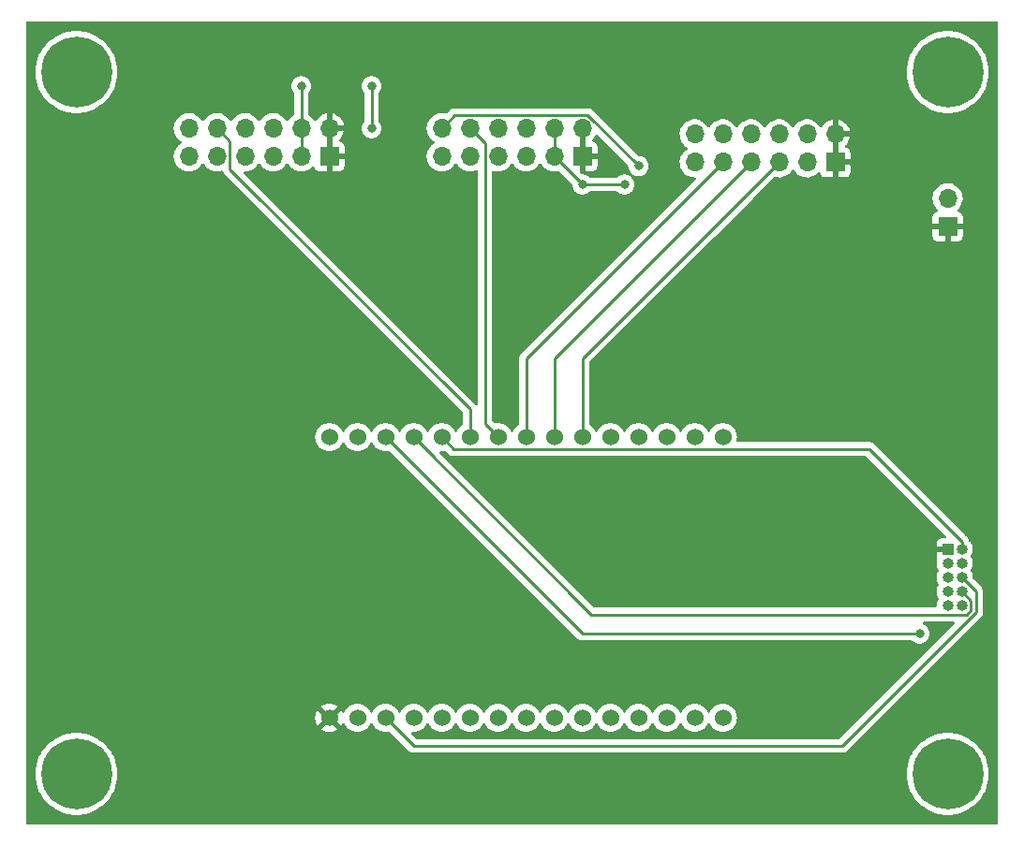
<source format=gbr>
%TF.GenerationSoftware,KiCad,Pcbnew,(6.0.10)*%
%TF.CreationDate,2023-01-05T13:55:28+01:00*%
%TF.ProjectId,pmod_esp32_baseboard,706d6f64-5f65-4737-9033-325f62617365,rev?*%
%TF.SameCoordinates,Original*%
%TF.FileFunction,Copper,L2,Bot*%
%TF.FilePolarity,Positive*%
%FSLAX46Y46*%
G04 Gerber Fmt 4.6, Leading zero omitted, Abs format (unit mm)*
G04 Created by KiCad (PCBNEW (6.0.10)) date 2023-01-05 13:55:28*
%MOMM*%
%LPD*%
G01*
G04 APERTURE LIST*
%TA.AperFunction,ComponentPad*%
%ADD10R,1.700000X1.700000*%
%TD*%
%TA.AperFunction,ComponentPad*%
%ADD11O,1.700000X1.700000*%
%TD*%
%TA.AperFunction,ComponentPad*%
%ADD12C,0.800000*%
%TD*%
%TA.AperFunction,ComponentPad*%
%ADD13C,6.400000*%
%TD*%
%TA.AperFunction,ComponentPad*%
%ADD14R,1.000000X1.000000*%
%TD*%
%TA.AperFunction,ComponentPad*%
%ADD15O,1.000000X1.000000*%
%TD*%
%TA.AperFunction,ComponentPad*%
%ADD16C,1.524000*%
%TD*%
%TA.AperFunction,ViaPad*%
%ADD17C,0.800000*%
%TD*%
%TA.AperFunction,Conductor*%
%ADD18C,0.250000*%
%TD*%
G04 APERTURE END LIST*
D10*
%TO.P,PMOD2,1,Pin_1*%
%TO.N,VCC*%
X73660000Y-30480000D03*
D11*
%TO.P,PMOD2,2,Pin_2*%
X73660000Y-27940000D03*
%TO.P,PMOD2,3,Pin_3*%
%TO.N,GND*%
X71120000Y-30480000D03*
%TO.P,PMOD2,4,Pin_4*%
X71120000Y-27940000D03*
%TO.P,PMOD2,5,Pin_5*%
%TO.N,PMOD_SPI_SCK*%
X68580000Y-30480000D03*
%TO.P,PMOD2,6,Pin_6*%
%TO.N,PMOD_SPI_GPIO4_CS3*%
X68580000Y-27940000D03*
%TO.P,PMOD2,7,Pin_7*%
%TO.N,PMOD_SPI_MISO*%
X66040000Y-30480000D03*
%TO.P,PMOD2,8,Pin_8*%
%TO.N,PMOD_SPI_GPIO3_CS2*%
X66040000Y-27940000D03*
%TO.P,PMOD2,9,Pin_9*%
%TO.N,PMOD_SPI_MOSI*%
X63500000Y-30480000D03*
%TO.P,PMOD2,10,Pin_10*%
%TO.N,PMOD_SPI_GPIO2_RESET*%
X63500000Y-27940000D03*
%TO.P,PMOD2,11,Pin_11*%
%TO.N,PMOD_SPI_CS*%
X60960000Y-30480000D03*
%TO.P,PMOD2,12,Pin_12*%
%TO.N,PMOD_SPI_GPIO1_INT*%
X60960000Y-27940000D03*
%TD*%
D10*
%TO.P,PMOD3,1,Pin_1*%
%TO.N,VCC*%
X96520000Y-30480000D03*
D11*
%TO.P,PMOD3,2,Pin_2*%
X96520000Y-27940000D03*
%TO.P,PMOD3,3,Pin_3*%
%TO.N,GND*%
X93980000Y-30480000D03*
%TO.P,PMOD3,4,Pin_4*%
X93980000Y-27940000D03*
%TO.P,PMOD3,5,Pin_5*%
%TO.N,PMOD_UART_RTS*%
X91440000Y-30480000D03*
%TO.P,PMOD3,6,Pin_6*%
%TO.N,PMOD_UART_GPIO4*%
X91440000Y-27940000D03*
%TO.P,PMOD3,7,Pin_7*%
%TO.N,PMOD_UART_RXD*%
X88900000Y-30480000D03*
%TO.P,PMOD3,8,Pin_8*%
%TO.N,PMOD_UART_GPIO3*%
X88900000Y-27940000D03*
%TO.P,PMOD3,9,Pin_9*%
%TO.N,PMOD_UART_TXD*%
X86360000Y-30480000D03*
%TO.P,PMOD3,10,Pin_10*%
%TO.N,PMOD_UART_GPIO2_RESET*%
X86360000Y-27940000D03*
%TO.P,PMOD3,11,Pin_11*%
%TO.N,PMOD_UART_CTS*%
X83820000Y-30480000D03*
%TO.P,PMOD3,12,Pin_12*%
%TO.N,PMOD_UART_GPIO1_INT*%
X83820000Y-27940000D03*
%TD*%
D10*
%TO.P,PMOD1,1,Pin_1*%
%TO.N,VCC*%
X119380000Y-31025000D03*
D11*
%TO.P,PMOD1,2,Pin_2*%
X119380000Y-28485000D03*
%TO.P,PMOD1,3,Pin_3*%
%TO.N,GND*%
X116840000Y-31025000D03*
%TO.P,PMOD1,4,Pin_4*%
X116840000Y-28485000D03*
%TO.P,PMOD1,5,Pin_5*%
%TO.N,PMOD_I2C_SDA*%
X114300000Y-31025000D03*
%TO.P,PMOD1,6,Pin_6*%
%TO.N,PMOD_I2C_GPIO4*%
X114300000Y-28485000D03*
%TO.P,PMOD1,7,Pin_7*%
%TO.N,PMOD_I2C_SCL*%
X111760000Y-31025000D03*
%TO.P,PMOD1,8,Pin_8*%
%TO.N,PMOD_I2C_GPIO3*%
X111760000Y-28485000D03*
%TO.P,PMOD1,9,Pin_9*%
%TO.N,PMOD_I2C_RESET*%
X109220000Y-31025000D03*
%TO.P,PMOD1,10,Pin_10*%
%TO.N,PMOD_I2C_GPIO2*%
X109220000Y-28485000D03*
%TO.P,PMOD1,11,Pin_11*%
%TO.N,PMOD_I2C_INT*%
X106680000Y-31025000D03*
%TO.P,PMOD1,12,Pin_12*%
%TO.N,PMOD_I2C_GPIO1*%
X106680000Y-28485000D03*
%TD*%
D12*
%TO.P,H3,1*%
%TO.N,N/C*%
X49102944Y-88057056D03*
X52497056Y-84662944D03*
X52497056Y-88057056D03*
D13*
X50800000Y-86360000D03*
D12*
X49102944Y-84662944D03*
X50800000Y-88760000D03*
X50800000Y-83960000D03*
X53200000Y-86360000D03*
X48400000Y-86360000D03*
%TD*%
%TO.P,H1,1*%
%TO.N,N/C*%
X49102944Y-24557056D03*
X52497056Y-21162944D03*
X52497056Y-24557056D03*
X53200000Y-22860000D03*
X48400000Y-22860000D03*
D13*
X50800000Y-22860000D03*
D12*
X49102944Y-21162944D03*
X50800000Y-25260000D03*
X50800000Y-20460000D03*
%TD*%
D10*
%TO.P,J1,1,Pin_1*%
%TO.N,VCC*%
X129540000Y-36830000D03*
D11*
%TO.P,J1,2,Pin_2*%
%TO.N,GND*%
X129540000Y-34290000D03*
%TD*%
D12*
%TO.P,H4,1*%
%TO.N,N/C*%
X131237056Y-84662944D03*
X127842944Y-88057056D03*
X131940000Y-86360000D03*
X127842944Y-84662944D03*
X131237056Y-88057056D03*
X127140000Y-86360000D03*
X129540000Y-88760000D03*
D13*
X129540000Y-86360000D03*
D12*
X129540000Y-83960000D03*
%TD*%
D14*
%TO.P,J2,1,Pin_1*%
%TO.N,VCC*%
X129540000Y-66040000D03*
D15*
%TO.P,J2,2,Pin_2*%
%TO.N,JTMS*%
X130810000Y-66040000D03*
%TO.P,J2,3,Pin_3*%
%TO.N,GND*%
X129540000Y-67310000D03*
%TO.P,J2,4,Pin_4*%
%TO.N,JTCK*%
X130810000Y-67310000D03*
%TO.P,J2,5,Pin_5*%
%TO.N,GND*%
X129540000Y-68580000D03*
%TO.P,J2,6,Pin_6*%
%TO.N,JTDO*%
X130810000Y-68580000D03*
%TO.P,J2,7,Pin_7*%
%TO.N,unconnected-(J2-Pad7)*%
X129540000Y-69850000D03*
%TO.P,J2,8,Pin_8*%
%TO.N,JTDI*%
X130810000Y-69850000D03*
%TO.P,J2,9,Pin_9*%
%TO.N,GND*%
X129540000Y-71120000D03*
%TO.P,J2,10,Pin_10*%
%TO.N,~{RST}*%
X130810000Y-71120000D03*
%TD*%
D12*
%TO.P,H2,1*%
%TO.N,N/C*%
X131237056Y-21162944D03*
X127842944Y-24557056D03*
X127842944Y-21162944D03*
X129540000Y-25260000D03*
X131237056Y-24557056D03*
X129540000Y-20460000D03*
X127140000Y-22860000D03*
D13*
X129540000Y-22860000D03*
D12*
X131940000Y-22860000D03*
%TD*%
D16*
%TO.P,U1,1,VIN*%
%TO.N,unconnected-(U1-Pad1)*%
X73660000Y-55880000D03*
%TO.P,U1,2,GND*%
%TO.N,unconnected-(U1-Pad2)*%
X76200000Y-55880000D03*
%TO.P,U1,3,GPIO13*%
%TO.N,JTCK*%
X78740000Y-55880000D03*
%TO.P,U1,4,GPIO12*%
%TO.N,JTDI*%
X81280000Y-55880000D03*
%TO.P,U1,5,GPIO14*%
%TO.N,JTMS*%
X83820000Y-55880000D03*
%TO.P,U1,6,GPIO27*%
%TO.N,PMOD_SPI_GPIO2_RESET*%
X86360000Y-55880000D03*
%TO.P,U1,7,GPIO26*%
%TO.N,PMOD_UART_GPIO2_RESET*%
X88900000Y-55880000D03*
%TO.P,U1,8,GPIO25*%
%TO.N,PMOD_I2C_RESET*%
X91440000Y-55880000D03*
%TO.P,U1,9,GPIO23*%
%TO.N,PMOD_I2C_SCL*%
X93980000Y-55880000D03*
%TO.P,U1,10,GPIO32*%
%TO.N,PMOD_I2C_SDA*%
X96520000Y-55880000D03*
%TO.P,U1,11,GPIO35*%
%TO.N,PMOD_SPI_GPIO1_INT*%
X99060000Y-55880000D03*
%TO.P,U1,12,GPIO34*%
%TO.N,PMOD_UART_GPIO1_INT*%
X101600000Y-55880000D03*
%TO.P,U1,13,GPIO39*%
%TO.N,PMOD_I2C_INT*%
X104140000Y-55880000D03*
%TO.P,U1,14,GPIO36*%
%TO.N,unconnected-(U1-Pad14)*%
X106680000Y-55880000D03*
%TO.P,U1,15,EN*%
%TO.N,~{RST}*%
X109220000Y-55880000D03*
%TO.P,U1,16,GPIO23*%
%TO.N,PMOD_I2C_GPIO2*%
X109220000Y-81280000D03*
%TO.P,U1,17,GPIO22*%
%TO.N,PMOD_I2C_GPIO1*%
X106680000Y-81280000D03*
%TO.P,U1,18,TX0*%
%TO.N,unconnected-(U1-Pad18)*%
X104140000Y-81280000D03*
%TO.P,U1,19,RX0*%
%TO.N,unconnected-(U1-Pad19)*%
X101600000Y-81280000D03*
%TO.P,U1,20,GPIO21*%
%TO.N,PMOD_SPI_GPIO4_CS3*%
X99060000Y-81280000D03*
%TO.P,U1,21,GPIO19*%
%TO.N,PMOD_UART_RXD*%
X96520000Y-81280000D03*
%TO.P,U1,22,GPIO18*%
%TO.N,PMOD_UART_TXD*%
X93980000Y-81280000D03*
%TO.P,U1,23,GPIO5*%
%TO.N,PMOD_SPI_GPIO3_CS2*%
X91440000Y-81280000D03*
%TO.P,U1,24,GPIO17*%
%TO.N,PMOD_SPI_SCK*%
X88900000Y-81280000D03*
%TO.P,U1,25,GPIO16*%
%TO.N,PMOD_SPI_MISO*%
X86360000Y-81280000D03*
%TO.P,U1,26,GPIO4*%
%TO.N,PMOD_SPI_MOSI*%
X83820000Y-81280000D03*
%TO.P,U1,27,GPIO2*%
%TO.N,PMOD_SPI_CS*%
X81280000Y-81280000D03*
%TO.P,U1,28,GPIO15*%
%TO.N,JTDO*%
X78740000Y-81280000D03*
%TO.P,U1,29,GND*%
%TO.N,GND*%
X76200000Y-81280000D03*
%TO.P,U1,30,3V3*%
%TO.N,VCC*%
X73660000Y-81280000D03*
%TD*%
D17*
%TO.N,GND*%
X100330000Y-33020000D03*
X77470000Y-27940000D03*
X77470000Y-24130000D03*
X96520000Y-33020000D03*
X71120000Y-24130000D03*
%TO.N,PMOD_UART_GPIO1_INT*%
X101600000Y-31358990D03*
%TO.N,VCC*%
X120650000Y-58420000D03*
X118110000Y-74930000D03*
X116840000Y-74930000D03*
X121920000Y-58420000D03*
X119380000Y-54610000D03*
X116840000Y-69850000D03*
X118110000Y-69850000D03*
X115570000Y-69850000D03*
X118110000Y-54610000D03*
X118110000Y-58420000D03*
X119380000Y-74930000D03*
X121920000Y-54610000D03*
X119380000Y-58420000D03*
X119380000Y-69850000D03*
X115570000Y-74930000D03*
X120650000Y-54610000D03*
%TO.N,JTCK*%
X127000000Y-73660000D03*
%TD*%
D18*
%TO.N,GND*%
X77470000Y-24130000D02*
X77470000Y-27940000D01*
X96520000Y-33020000D02*
X100330000Y-33020000D01*
X93980000Y-30480000D02*
X96520000Y-33020000D01*
X93980000Y-27940000D02*
X93980000Y-30480000D01*
X71120000Y-27940000D02*
X71120000Y-24130000D01*
X71120000Y-30480000D02*
X71120000Y-27940000D01*
%TO.N,PMOD_UART_GPIO2_RESET*%
X88900000Y-55880000D02*
X87725489Y-54705489D01*
X87725489Y-54705489D02*
X87725489Y-29305489D01*
X87725489Y-29305489D02*
X86360000Y-27940000D01*
%TO.N,PMOD_UART_GPIO1_INT*%
X83820000Y-27940000D02*
X84994511Y-26765489D01*
X97006499Y-26765489D02*
X101600000Y-31358990D01*
X84994511Y-26765489D02*
X97006499Y-26765489D01*
%TO.N,PMOD_SPI_GPIO2_RESET*%
X64674511Y-29114511D02*
X63500000Y-27940000D01*
X86360000Y-55880000D02*
X86360000Y-53340000D01*
X86360000Y-53340000D02*
X64674511Y-31654511D01*
X64674511Y-31654511D02*
X64674511Y-29114511D01*
%TO.N,PMOD_I2C_SDA*%
X96520000Y-55880000D02*
X96520000Y-48805000D01*
X96520000Y-48805000D02*
X114300000Y-31025000D01*
%TO.N,PMOD_I2C_SCL*%
X93980000Y-55880000D02*
X93980000Y-48805000D01*
X93980000Y-48805000D02*
X111760000Y-31025000D01*
%TO.N,PMOD_I2C_RESET*%
X91440000Y-48805000D02*
X109220000Y-31025000D01*
X91440000Y-55880000D02*
X91440000Y-48805000D01*
%TO.N,JTMS*%
X130810000Y-66040000D02*
X130810000Y-65332894D01*
X122443617Y-56966511D02*
X84906511Y-56966511D01*
X130810000Y-65332894D02*
X122443617Y-56966511D01*
X84906511Y-56966511D02*
X83820000Y-55880000D01*
%TO.N,JTCK*%
X78740000Y-55880000D02*
X96520000Y-73660000D01*
X96520000Y-73660000D02*
X127000000Y-73660000D01*
%TO.N,JTDO*%
X132084031Y-71751687D02*
X120015718Y-83820000D01*
X120015718Y-83820000D02*
X81280000Y-83820000D01*
X81280000Y-83820000D02*
X78740000Y-81280000D01*
X130810000Y-68580000D02*
X132084031Y-69854031D01*
X132084031Y-69854031D02*
X132084031Y-71751687D01*
%TO.N,JTDI*%
X130810000Y-69850000D02*
X131634511Y-70674511D01*
X131634511Y-71565489D02*
X131255489Y-71944511D01*
X131634511Y-70674511D02*
X131634511Y-71565489D01*
X97344511Y-71944511D02*
X81280000Y-55880000D01*
X131255489Y-71944511D02*
X97344511Y-71944511D01*
%TD*%
%TA.AperFunction,Conductor*%
%TO.N,VCC*%
G36*
X134053621Y-18308502D02*
G01*
X134100114Y-18362158D01*
X134111500Y-18414500D01*
X134111500Y-90805500D01*
X134091498Y-90873621D01*
X134037842Y-90920114D01*
X133985500Y-90931500D01*
X46354500Y-90931500D01*
X46286379Y-90911498D01*
X46239886Y-90857842D01*
X46228500Y-90805500D01*
X46228500Y-86360000D01*
X47086411Y-86360000D01*
X47106754Y-86748176D01*
X47167562Y-87132099D01*
X47268167Y-87507562D01*
X47407468Y-87870453D01*
X47583938Y-88216794D01*
X47795643Y-88542793D01*
X48040266Y-88844876D01*
X48315124Y-89119734D01*
X48617207Y-89364357D01*
X48943205Y-89576062D01*
X48946139Y-89577557D01*
X48946146Y-89577561D01*
X49286607Y-89751034D01*
X49289547Y-89752532D01*
X49652438Y-89891833D01*
X50027901Y-89992438D01*
X50231793Y-90024732D01*
X50408576Y-90052732D01*
X50408584Y-90052733D01*
X50411824Y-90053246D01*
X50800000Y-90073589D01*
X51188176Y-90053246D01*
X51191416Y-90052733D01*
X51191424Y-90052732D01*
X51368207Y-90024732D01*
X51572099Y-89992438D01*
X51947562Y-89891833D01*
X52310453Y-89752532D01*
X52313393Y-89751034D01*
X52653854Y-89577561D01*
X52653861Y-89577557D01*
X52656795Y-89576062D01*
X52982793Y-89364357D01*
X53284876Y-89119734D01*
X53559734Y-88844876D01*
X53804357Y-88542793D01*
X54016062Y-88216794D01*
X54192532Y-87870453D01*
X54331833Y-87507562D01*
X54432438Y-87132099D01*
X54493246Y-86748176D01*
X54513589Y-86360000D01*
X125826411Y-86360000D01*
X125846754Y-86748176D01*
X125907562Y-87132099D01*
X126008167Y-87507562D01*
X126147468Y-87870453D01*
X126323938Y-88216794D01*
X126535643Y-88542793D01*
X126780266Y-88844876D01*
X127055124Y-89119734D01*
X127357207Y-89364357D01*
X127683205Y-89576062D01*
X127686139Y-89577557D01*
X127686146Y-89577561D01*
X128026607Y-89751034D01*
X128029547Y-89752532D01*
X128392438Y-89891833D01*
X128767901Y-89992438D01*
X128971793Y-90024732D01*
X129148576Y-90052732D01*
X129148584Y-90052733D01*
X129151824Y-90053246D01*
X129540000Y-90073589D01*
X129928176Y-90053246D01*
X129931416Y-90052733D01*
X129931424Y-90052732D01*
X130108207Y-90024732D01*
X130312099Y-89992438D01*
X130687562Y-89891833D01*
X131050453Y-89752532D01*
X131053393Y-89751034D01*
X131393854Y-89577561D01*
X131393861Y-89577557D01*
X131396795Y-89576062D01*
X131722793Y-89364357D01*
X132024876Y-89119734D01*
X132299734Y-88844876D01*
X132544357Y-88542793D01*
X132756062Y-88216794D01*
X132932532Y-87870453D01*
X133071833Y-87507562D01*
X133172438Y-87132099D01*
X133233246Y-86748176D01*
X133253589Y-86360000D01*
X133233246Y-85971824D01*
X133172438Y-85587901D01*
X133071833Y-85212438D01*
X132932532Y-84849547D01*
X132756062Y-84503206D01*
X132722971Y-84452249D01*
X132546152Y-84179971D01*
X132546152Y-84179970D01*
X132544357Y-84177207D01*
X132299734Y-83875124D01*
X132024876Y-83600266D01*
X131722793Y-83355643D01*
X131457902Y-83183621D01*
X131399564Y-83145736D01*
X131399561Y-83145734D01*
X131396795Y-83143938D01*
X131393861Y-83142443D01*
X131393854Y-83142439D01*
X131053393Y-82968966D01*
X131050453Y-82967468D01*
X130687562Y-82828167D01*
X130312099Y-82727562D01*
X130108207Y-82695268D01*
X129931424Y-82667268D01*
X129931416Y-82667267D01*
X129928176Y-82666754D01*
X129540000Y-82646411D01*
X129151824Y-82666754D01*
X129148584Y-82667267D01*
X129148576Y-82667268D01*
X128971793Y-82695268D01*
X128767901Y-82727562D01*
X128392438Y-82828167D01*
X128029547Y-82967468D01*
X128026607Y-82968966D01*
X127686147Y-83142439D01*
X127686140Y-83142443D01*
X127683206Y-83143938D01*
X127357207Y-83355643D01*
X127055124Y-83600266D01*
X126780266Y-83875124D01*
X126535643Y-84177207D01*
X126533848Y-84179970D01*
X126533848Y-84179971D01*
X126357030Y-84452249D01*
X126323938Y-84503206D01*
X126147468Y-84849547D01*
X126008167Y-85212438D01*
X125907562Y-85587901D01*
X125846754Y-85971824D01*
X125826411Y-86360000D01*
X54513589Y-86360000D01*
X54493246Y-85971824D01*
X54432438Y-85587901D01*
X54331833Y-85212438D01*
X54192532Y-84849547D01*
X54016062Y-84503206D01*
X53982971Y-84452249D01*
X53806152Y-84179971D01*
X53806152Y-84179970D01*
X53804357Y-84177207D01*
X53559734Y-83875124D01*
X53284876Y-83600266D01*
X52982793Y-83355643D01*
X52717902Y-83183621D01*
X52659564Y-83145736D01*
X52659561Y-83145734D01*
X52656795Y-83143938D01*
X52653861Y-83142443D01*
X52653854Y-83142439D01*
X52313393Y-82968966D01*
X52310453Y-82967468D01*
X51947562Y-82828167D01*
X51572099Y-82727562D01*
X51368207Y-82695268D01*
X51191424Y-82667268D01*
X51191416Y-82667267D01*
X51188176Y-82666754D01*
X50800000Y-82646411D01*
X50411824Y-82666754D01*
X50408584Y-82667267D01*
X50408576Y-82667268D01*
X50231793Y-82695268D01*
X50027901Y-82727562D01*
X49652438Y-82828167D01*
X49289547Y-82967468D01*
X49286607Y-82968966D01*
X48946147Y-83142439D01*
X48946140Y-83142443D01*
X48943206Y-83143938D01*
X48617207Y-83355643D01*
X48315124Y-83600266D01*
X48040266Y-83875124D01*
X47795643Y-84177207D01*
X47793848Y-84179970D01*
X47793848Y-84179971D01*
X47617030Y-84452249D01*
X47583938Y-84503206D01*
X47407468Y-84849547D01*
X47268167Y-85212438D01*
X47167562Y-85587901D01*
X47106754Y-85971824D01*
X47086411Y-86360000D01*
X46228500Y-86360000D01*
X46228500Y-82338777D01*
X72965777Y-82338777D01*
X72975074Y-82350793D01*
X73018069Y-82380898D01*
X73027555Y-82386376D01*
X73218993Y-82475645D01*
X73229285Y-82479391D01*
X73433309Y-82534059D01*
X73444104Y-82535962D01*
X73654525Y-82554372D01*
X73665475Y-82554372D01*
X73875896Y-82535962D01*
X73886691Y-82534059D01*
X74090715Y-82479391D01*
X74101007Y-82475645D01*
X74292445Y-82386376D01*
X74301931Y-82380898D01*
X74345764Y-82350207D01*
X74354139Y-82339729D01*
X74347071Y-82326281D01*
X73672812Y-81652022D01*
X73658868Y-81644408D01*
X73657035Y-81644539D01*
X73650420Y-81648790D01*
X72972207Y-82327003D01*
X72965777Y-82338777D01*
X46228500Y-82338777D01*
X46228500Y-81285475D01*
X72385628Y-81285475D01*
X72404038Y-81495896D01*
X72405941Y-81506691D01*
X72460609Y-81710715D01*
X72464355Y-81721007D01*
X72553623Y-81912441D01*
X72559103Y-81921932D01*
X72589794Y-81965765D01*
X72600271Y-81974140D01*
X72613718Y-81967072D01*
X73287978Y-81292812D01*
X73295592Y-81278868D01*
X73295461Y-81277035D01*
X73291210Y-81270420D01*
X72612997Y-80592207D01*
X72601223Y-80585777D01*
X72589207Y-80595074D01*
X72559103Y-80638068D01*
X72553623Y-80647559D01*
X72464355Y-80838993D01*
X72460609Y-80849285D01*
X72405941Y-81053309D01*
X72404038Y-81064104D01*
X72385628Y-81274525D01*
X72385628Y-81285475D01*
X46228500Y-81285475D01*
X46228500Y-80220271D01*
X72965860Y-80220271D01*
X72972928Y-80233718D01*
X73647188Y-80907978D01*
X73661132Y-80915592D01*
X73662965Y-80915461D01*
X73669580Y-80911210D01*
X74347793Y-80232997D01*
X74354223Y-80221223D01*
X74344926Y-80209207D01*
X74301931Y-80179102D01*
X74292445Y-80173624D01*
X74101007Y-80084355D01*
X74090715Y-80080609D01*
X73886691Y-80025941D01*
X73875896Y-80024038D01*
X73665475Y-80005628D01*
X73654525Y-80005628D01*
X73444104Y-80024038D01*
X73433309Y-80025941D01*
X73229285Y-80080609D01*
X73218993Y-80084355D01*
X73027559Y-80173623D01*
X73018068Y-80179103D01*
X72974235Y-80209794D01*
X72965860Y-80220271D01*
X46228500Y-80220271D01*
X46228500Y-30446695D01*
X59597251Y-30446695D01*
X59597548Y-30451848D01*
X59597548Y-30451851D01*
X59603743Y-30559297D01*
X59610110Y-30669715D01*
X59611247Y-30674761D01*
X59611248Y-30674767D01*
X59625606Y-30738475D01*
X59659222Y-30887639D01*
X59743266Y-31094616D01*
X59785039Y-31162784D01*
X59857291Y-31280688D01*
X59859987Y-31285088D01*
X60006250Y-31453938D01*
X60178126Y-31596632D01*
X60371000Y-31709338D01*
X60579692Y-31789030D01*
X60584760Y-31790061D01*
X60584763Y-31790062D01*
X60688203Y-31811107D01*
X60798597Y-31833567D01*
X60803772Y-31833757D01*
X60803774Y-31833757D01*
X61016673Y-31841564D01*
X61016677Y-31841564D01*
X61021837Y-31841753D01*
X61026957Y-31841097D01*
X61026959Y-31841097D01*
X61238288Y-31814025D01*
X61238289Y-31814025D01*
X61243416Y-31813368D01*
X61248376Y-31811880D01*
X61452429Y-31750661D01*
X61452434Y-31750659D01*
X61457384Y-31749174D01*
X61657994Y-31650896D01*
X61839860Y-31521173D01*
X61998096Y-31363489D01*
X62038133Y-31307772D01*
X62128453Y-31182077D01*
X62129776Y-31183028D01*
X62176645Y-31139857D01*
X62246580Y-31127625D01*
X62312026Y-31155144D01*
X62339875Y-31186994D01*
X62399987Y-31285088D01*
X62546250Y-31453938D01*
X62718126Y-31596632D01*
X62911000Y-31709338D01*
X63119692Y-31789030D01*
X63124760Y-31790061D01*
X63124763Y-31790062D01*
X63228203Y-31811107D01*
X63338597Y-31833567D01*
X63343772Y-31833757D01*
X63343774Y-31833757D01*
X63556673Y-31841564D01*
X63556677Y-31841564D01*
X63561837Y-31841753D01*
X63566957Y-31841097D01*
X63566959Y-31841097D01*
X63778288Y-31814025D01*
X63778289Y-31814025D01*
X63783416Y-31813368D01*
X63788373Y-31811881D01*
X63788377Y-31811880D01*
X63916331Y-31773492D01*
X63987326Y-31773074D01*
X64047277Y-31811107D01*
X64069695Y-31847803D01*
X64072319Y-31854432D01*
X64076160Y-31865653D01*
X64088493Y-31908104D01*
X64092526Y-31914923D01*
X64092528Y-31914928D01*
X64098804Y-31925539D01*
X64107499Y-31943287D01*
X64114959Y-31962128D01*
X64119621Y-31968544D01*
X64119621Y-31968545D01*
X64140947Y-31997898D01*
X64147463Y-32007818D01*
X64165228Y-32037856D01*
X64169969Y-32045873D01*
X64184290Y-32060194D01*
X64197130Y-32075227D01*
X64209039Y-32091618D01*
X64215145Y-32096669D01*
X64243116Y-32119809D01*
X64251895Y-32127799D01*
X85689595Y-53565499D01*
X85723621Y-53627811D01*
X85726500Y-53654594D01*
X85726500Y-54706996D01*
X85706498Y-54775117D01*
X85672771Y-54810209D01*
X85544730Y-54899864D01*
X85544727Y-54899866D01*
X85540219Y-54903023D01*
X85383023Y-55060219D01*
X85255512Y-55242324D01*
X85253189Y-55247306D01*
X85253186Y-55247311D01*
X85204195Y-55352373D01*
X85157277Y-55405658D01*
X85089000Y-55425119D01*
X85021040Y-55404577D01*
X84975805Y-55352373D01*
X84926814Y-55247311D01*
X84926811Y-55247306D01*
X84924488Y-55242324D01*
X84796977Y-55060219D01*
X84639781Y-54903023D01*
X84635273Y-54899866D01*
X84635270Y-54899864D01*
X84500330Y-54805378D01*
X84457677Y-54775512D01*
X84452695Y-54773189D01*
X84452690Y-54773186D01*
X84261178Y-54683883D01*
X84261177Y-54683882D01*
X84256196Y-54681560D01*
X84250888Y-54680138D01*
X84250886Y-54680137D01*
X84150781Y-54653314D01*
X84041463Y-54624022D01*
X83820000Y-54604647D01*
X83598537Y-54624022D01*
X83489219Y-54653314D01*
X83389114Y-54680137D01*
X83389112Y-54680138D01*
X83383804Y-54681560D01*
X83378823Y-54683882D01*
X83378822Y-54683883D01*
X83187311Y-54773186D01*
X83187306Y-54773189D01*
X83182324Y-54775512D01*
X83177817Y-54778668D01*
X83177815Y-54778669D01*
X83004730Y-54899864D01*
X83004727Y-54899866D01*
X83000219Y-54903023D01*
X82843023Y-55060219D01*
X82715512Y-55242324D01*
X82713189Y-55247306D01*
X82713186Y-55247311D01*
X82664195Y-55352373D01*
X82617277Y-55405658D01*
X82549000Y-55425119D01*
X82481040Y-55404577D01*
X82435805Y-55352373D01*
X82386814Y-55247311D01*
X82386811Y-55247306D01*
X82384488Y-55242324D01*
X82256977Y-55060219D01*
X82099781Y-54903023D01*
X82095273Y-54899866D01*
X82095270Y-54899864D01*
X81960330Y-54805378D01*
X81917677Y-54775512D01*
X81912695Y-54773189D01*
X81912690Y-54773186D01*
X81721178Y-54683883D01*
X81721177Y-54683882D01*
X81716196Y-54681560D01*
X81710888Y-54680138D01*
X81710886Y-54680137D01*
X81610781Y-54653314D01*
X81501463Y-54624022D01*
X81280000Y-54604647D01*
X81058537Y-54624022D01*
X80949219Y-54653314D01*
X80849114Y-54680137D01*
X80849112Y-54680138D01*
X80843804Y-54681560D01*
X80838823Y-54683882D01*
X80838822Y-54683883D01*
X80647311Y-54773186D01*
X80647306Y-54773189D01*
X80642324Y-54775512D01*
X80637817Y-54778668D01*
X80637815Y-54778669D01*
X80464730Y-54899864D01*
X80464727Y-54899866D01*
X80460219Y-54903023D01*
X80303023Y-55060219D01*
X80175512Y-55242324D01*
X80173189Y-55247306D01*
X80173186Y-55247311D01*
X80124195Y-55352373D01*
X80077277Y-55405658D01*
X80009000Y-55425119D01*
X79941040Y-55404577D01*
X79895805Y-55352373D01*
X79846814Y-55247311D01*
X79846811Y-55247306D01*
X79844488Y-55242324D01*
X79716977Y-55060219D01*
X79559781Y-54903023D01*
X79555273Y-54899866D01*
X79555270Y-54899864D01*
X79420330Y-54805378D01*
X79377677Y-54775512D01*
X79372695Y-54773189D01*
X79372690Y-54773186D01*
X79181178Y-54683883D01*
X79181177Y-54683882D01*
X79176196Y-54681560D01*
X79170888Y-54680138D01*
X79170886Y-54680137D01*
X79070781Y-54653314D01*
X78961463Y-54624022D01*
X78740000Y-54604647D01*
X78518537Y-54624022D01*
X78409219Y-54653314D01*
X78309114Y-54680137D01*
X78309112Y-54680138D01*
X78303804Y-54681560D01*
X78298823Y-54683882D01*
X78298822Y-54683883D01*
X78107311Y-54773186D01*
X78107306Y-54773189D01*
X78102324Y-54775512D01*
X78097817Y-54778668D01*
X78097815Y-54778669D01*
X77924730Y-54899864D01*
X77924727Y-54899866D01*
X77920219Y-54903023D01*
X77763023Y-55060219D01*
X77635512Y-55242324D01*
X77633189Y-55247306D01*
X77633186Y-55247311D01*
X77584195Y-55352373D01*
X77537277Y-55405658D01*
X77469000Y-55425119D01*
X77401040Y-55404577D01*
X77355805Y-55352373D01*
X77306814Y-55247311D01*
X77306811Y-55247306D01*
X77304488Y-55242324D01*
X77176977Y-55060219D01*
X77019781Y-54903023D01*
X77015273Y-54899866D01*
X77015270Y-54899864D01*
X76880330Y-54805378D01*
X76837677Y-54775512D01*
X76832695Y-54773189D01*
X76832690Y-54773186D01*
X76641178Y-54683883D01*
X76641177Y-54683882D01*
X76636196Y-54681560D01*
X76630888Y-54680138D01*
X76630886Y-54680137D01*
X76530781Y-54653314D01*
X76421463Y-54624022D01*
X76200000Y-54604647D01*
X75978537Y-54624022D01*
X75869219Y-54653314D01*
X75769114Y-54680137D01*
X75769112Y-54680138D01*
X75763804Y-54681560D01*
X75758823Y-54683882D01*
X75758822Y-54683883D01*
X75567311Y-54773186D01*
X75567306Y-54773189D01*
X75562324Y-54775512D01*
X75557817Y-54778668D01*
X75557815Y-54778669D01*
X75384730Y-54899864D01*
X75384727Y-54899866D01*
X75380219Y-54903023D01*
X75223023Y-55060219D01*
X75095512Y-55242324D01*
X75093189Y-55247306D01*
X75093186Y-55247311D01*
X75044195Y-55352373D01*
X74997277Y-55405658D01*
X74929000Y-55425119D01*
X74861040Y-55404577D01*
X74815805Y-55352373D01*
X74766814Y-55247311D01*
X74766811Y-55247306D01*
X74764488Y-55242324D01*
X74636977Y-55060219D01*
X74479781Y-54903023D01*
X74475273Y-54899866D01*
X74475270Y-54899864D01*
X74340330Y-54805378D01*
X74297677Y-54775512D01*
X74292695Y-54773189D01*
X74292690Y-54773186D01*
X74101178Y-54683883D01*
X74101177Y-54683882D01*
X74096196Y-54681560D01*
X74090888Y-54680138D01*
X74090886Y-54680137D01*
X73990781Y-54653314D01*
X73881463Y-54624022D01*
X73660000Y-54604647D01*
X73438537Y-54624022D01*
X73329219Y-54653314D01*
X73229114Y-54680137D01*
X73229112Y-54680138D01*
X73223804Y-54681560D01*
X73218823Y-54683882D01*
X73218822Y-54683883D01*
X73027311Y-54773186D01*
X73027306Y-54773189D01*
X73022324Y-54775512D01*
X73017817Y-54778668D01*
X73017815Y-54778669D01*
X72844730Y-54899864D01*
X72844727Y-54899866D01*
X72840219Y-54903023D01*
X72683023Y-55060219D01*
X72555512Y-55242324D01*
X72553189Y-55247306D01*
X72553186Y-55247311D01*
X72504195Y-55352373D01*
X72461560Y-55443804D01*
X72404022Y-55658537D01*
X72384647Y-55880000D01*
X72404022Y-56101463D01*
X72461560Y-56316196D01*
X72463882Y-56321177D01*
X72463883Y-56321178D01*
X72553186Y-56512689D01*
X72553189Y-56512694D01*
X72555512Y-56517676D01*
X72558668Y-56522183D01*
X72558669Y-56522185D01*
X72584793Y-56559493D01*
X72683023Y-56699781D01*
X72840219Y-56856977D01*
X72844727Y-56860134D01*
X72844730Y-56860136D01*
X72920495Y-56913187D01*
X73022323Y-56984488D01*
X73027305Y-56986811D01*
X73027310Y-56986814D01*
X73218822Y-57076117D01*
X73223804Y-57078440D01*
X73229112Y-57079862D01*
X73229114Y-57079863D01*
X73294949Y-57097503D01*
X73438537Y-57135978D01*
X73660000Y-57155353D01*
X73881463Y-57135978D01*
X74025051Y-57097503D01*
X74090886Y-57079863D01*
X74090888Y-57079862D01*
X74096196Y-57078440D01*
X74101178Y-57076117D01*
X74292690Y-56986814D01*
X74292695Y-56986811D01*
X74297677Y-56984488D01*
X74399505Y-56913187D01*
X74475270Y-56860136D01*
X74475273Y-56860134D01*
X74479781Y-56856977D01*
X74636977Y-56699781D01*
X74735208Y-56559493D01*
X74761331Y-56522185D01*
X74761332Y-56522183D01*
X74764488Y-56517676D01*
X74766811Y-56512694D01*
X74766814Y-56512689D01*
X74815805Y-56407627D01*
X74862723Y-56354342D01*
X74931000Y-56334881D01*
X74998960Y-56355423D01*
X75044195Y-56407627D01*
X75093186Y-56512689D01*
X75093189Y-56512694D01*
X75095512Y-56517676D01*
X75098668Y-56522183D01*
X75098669Y-56522185D01*
X75124793Y-56559493D01*
X75223023Y-56699781D01*
X75380219Y-56856977D01*
X75384727Y-56860134D01*
X75384730Y-56860136D01*
X75460495Y-56913187D01*
X75562323Y-56984488D01*
X75567305Y-56986811D01*
X75567310Y-56986814D01*
X75758822Y-57076117D01*
X75763804Y-57078440D01*
X75769112Y-57079862D01*
X75769114Y-57079863D01*
X75834949Y-57097503D01*
X75978537Y-57135978D01*
X76200000Y-57155353D01*
X76421463Y-57135978D01*
X76565051Y-57097503D01*
X76630886Y-57079863D01*
X76630888Y-57079862D01*
X76636196Y-57078440D01*
X76641178Y-57076117D01*
X76832690Y-56986814D01*
X76832695Y-56986811D01*
X76837677Y-56984488D01*
X76939505Y-56913187D01*
X77015270Y-56860136D01*
X77015273Y-56860134D01*
X77019781Y-56856977D01*
X77176977Y-56699781D01*
X77275208Y-56559493D01*
X77301331Y-56522185D01*
X77301332Y-56522183D01*
X77304488Y-56517676D01*
X77306811Y-56512694D01*
X77306814Y-56512689D01*
X77355805Y-56407627D01*
X77402723Y-56354342D01*
X77471000Y-56334881D01*
X77538960Y-56355423D01*
X77584195Y-56407627D01*
X77633186Y-56512689D01*
X77633189Y-56512694D01*
X77635512Y-56517676D01*
X77638668Y-56522183D01*
X77638669Y-56522185D01*
X77664793Y-56559493D01*
X77763023Y-56699781D01*
X77920219Y-56856977D01*
X77924727Y-56860134D01*
X77924730Y-56860136D01*
X78000495Y-56913187D01*
X78102323Y-56984488D01*
X78107305Y-56986811D01*
X78107310Y-56986814D01*
X78298822Y-57076117D01*
X78303804Y-57078440D01*
X78309112Y-57079862D01*
X78309114Y-57079863D01*
X78374949Y-57097503D01*
X78518537Y-57135978D01*
X78740000Y-57155353D01*
X78961463Y-57135978D01*
X78977642Y-57131643D01*
X79000516Y-57125514D01*
X79071493Y-57127204D01*
X79122222Y-57158126D01*
X96016343Y-74052247D01*
X96023887Y-74060537D01*
X96028000Y-74067018D01*
X96033777Y-74072443D01*
X96077667Y-74113658D01*
X96080509Y-74116413D01*
X96100230Y-74136134D01*
X96103425Y-74138612D01*
X96112447Y-74146318D01*
X96144679Y-74176586D01*
X96151628Y-74180406D01*
X96162432Y-74186346D01*
X96178956Y-74197199D01*
X96194959Y-74209613D01*
X96235543Y-74227176D01*
X96246173Y-74232383D01*
X96284940Y-74253695D01*
X96292617Y-74255666D01*
X96292622Y-74255668D01*
X96304558Y-74258732D01*
X96323266Y-74265137D01*
X96341855Y-74273181D01*
X96349683Y-74274421D01*
X96349690Y-74274423D01*
X96385524Y-74280099D01*
X96397144Y-74282505D01*
X96432289Y-74291528D01*
X96439970Y-74293500D01*
X96460224Y-74293500D01*
X96479934Y-74295051D01*
X96499943Y-74298220D01*
X96507835Y-74297474D01*
X96543961Y-74294059D01*
X96555819Y-74293500D01*
X126291800Y-74293500D01*
X126359921Y-74313502D01*
X126379147Y-74329843D01*
X126379420Y-74329540D01*
X126384332Y-74333963D01*
X126388747Y-74338866D01*
X126543248Y-74451118D01*
X126549276Y-74453802D01*
X126549278Y-74453803D01*
X126711681Y-74526109D01*
X126717712Y-74528794D01*
X126811113Y-74548647D01*
X126898056Y-74567128D01*
X126898061Y-74567128D01*
X126904513Y-74568500D01*
X127095487Y-74568500D01*
X127101939Y-74567128D01*
X127101944Y-74567128D01*
X127188887Y-74548647D01*
X127282288Y-74528794D01*
X127288319Y-74526109D01*
X127450722Y-74453803D01*
X127450724Y-74453802D01*
X127456752Y-74451118D01*
X127611253Y-74338866D01*
X127647851Y-74298220D01*
X127734621Y-74201852D01*
X127734622Y-74201851D01*
X127739040Y-74196944D01*
X127814053Y-74067018D01*
X127831223Y-74037279D01*
X127831224Y-74037278D01*
X127834527Y-74031556D01*
X127893542Y-73849928D01*
X127913504Y-73660000D01*
X127893542Y-73470072D01*
X127834527Y-73288444D01*
X127739040Y-73123056D01*
X127611253Y-72981134D01*
X127456752Y-72868882D01*
X127450724Y-72866198D01*
X127450722Y-72866197D01*
X127344980Y-72819118D01*
X127290884Y-72773138D01*
X127270235Y-72705211D01*
X127289587Y-72636903D01*
X127342798Y-72589901D01*
X127396229Y-72578011D01*
X130057613Y-72578011D01*
X130125734Y-72598013D01*
X130172227Y-72651669D01*
X130182331Y-72721943D01*
X130152837Y-72786523D01*
X130146708Y-72793106D01*
X119790218Y-83149595D01*
X119727906Y-83183621D01*
X119701123Y-83186500D01*
X81594595Y-83186500D01*
X81526474Y-83166498D01*
X81505500Y-83149595D01*
X81120692Y-82764787D01*
X81086666Y-82702475D01*
X81091731Y-82631660D01*
X81134278Y-82574824D01*
X81200798Y-82550013D01*
X81220768Y-82550171D01*
X81280000Y-82555353D01*
X81501463Y-82535978D01*
X81645051Y-82497503D01*
X81710886Y-82479863D01*
X81710888Y-82479862D01*
X81716196Y-82478440D01*
X81722190Y-82475645D01*
X81912690Y-82386814D01*
X81912695Y-82386811D01*
X81917677Y-82384488D01*
X82019505Y-82313187D01*
X82095270Y-82260136D01*
X82095273Y-82260134D01*
X82099781Y-82256977D01*
X82256977Y-82099781D01*
X82344894Y-81974223D01*
X82381331Y-81922185D01*
X82381332Y-81922183D01*
X82384488Y-81917676D01*
X82386811Y-81912694D01*
X82386814Y-81912689D01*
X82435805Y-81807627D01*
X82482723Y-81754342D01*
X82551000Y-81734881D01*
X82618960Y-81755423D01*
X82664195Y-81807627D01*
X82713186Y-81912689D01*
X82713189Y-81912694D01*
X82715512Y-81917676D01*
X82718668Y-81922183D01*
X82718669Y-81922185D01*
X82755107Y-81974223D01*
X82843023Y-82099781D01*
X83000219Y-82256977D01*
X83004727Y-82260134D01*
X83004730Y-82260136D01*
X83080495Y-82313187D01*
X83182323Y-82384488D01*
X83187305Y-82386811D01*
X83187310Y-82386814D01*
X83377810Y-82475645D01*
X83383804Y-82478440D01*
X83389112Y-82479862D01*
X83389114Y-82479863D01*
X83454949Y-82497503D01*
X83598537Y-82535978D01*
X83820000Y-82555353D01*
X84041463Y-82535978D01*
X84185051Y-82497503D01*
X84250886Y-82479863D01*
X84250888Y-82479862D01*
X84256196Y-82478440D01*
X84262190Y-82475645D01*
X84452690Y-82386814D01*
X84452695Y-82386811D01*
X84457677Y-82384488D01*
X84559505Y-82313187D01*
X84635270Y-82260136D01*
X84635273Y-82260134D01*
X84639781Y-82256977D01*
X84796977Y-82099781D01*
X84884894Y-81974223D01*
X84921331Y-81922185D01*
X84921332Y-81922183D01*
X84924488Y-81917676D01*
X84926811Y-81912694D01*
X84926814Y-81912689D01*
X84975805Y-81807627D01*
X85022723Y-81754342D01*
X85091000Y-81734881D01*
X85158960Y-81755423D01*
X85204195Y-81807627D01*
X85253186Y-81912689D01*
X85253189Y-81912694D01*
X85255512Y-81917676D01*
X85258668Y-81922183D01*
X85258669Y-81922185D01*
X85295107Y-81974223D01*
X85383023Y-82099781D01*
X85540219Y-82256977D01*
X85544727Y-82260134D01*
X85544730Y-82260136D01*
X85620495Y-82313187D01*
X85722323Y-82384488D01*
X85727305Y-82386811D01*
X85727310Y-82386814D01*
X85917810Y-82475645D01*
X85923804Y-82478440D01*
X85929112Y-82479862D01*
X85929114Y-82479863D01*
X85994949Y-82497503D01*
X86138537Y-82535978D01*
X86360000Y-82555353D01*
X86581463Y-82535978D01*
X86725051Y-82497503D01*
X86790886Y-82479863D01*
X86790888Y-82479862D01*
X86796196Y-82478440D01*
X86802190Y-82475645D01*
X86992690Y-82386814D01*
X86992695Y-82386811D01*
X86997677Y-82384488D01*
X87099505Y-82313187D01*
X87175270Y-82260136D01*
X87175273Y-82260134D01*
X87179781Y-82256977D01*
X87336977Y-82099781D01*
X87424894Y-81974223D01*
X87461331Y-81922185D01*
X87461332Y-81922183D01*
X87464488Y-81917676D01*
X87466811Y-81912694D01*
X87466814Y-81912689D01*
X87515805Y-81807627D01*
X87562723Y-81754342D01*
X87631000Y-81734881D01*
X87698960Y-81755423D01*
X87744195Y-81807627D01*
X87793186Y-81912689D01*
X87793189Y-81912694D01*
X87795512Y-81917676D01*
X87798668Y-81922183D01*
X87798669Y-81922185D01*
X87835107Y-81974223D01*
X87923023Y-82099781D01*
X88080219Y-82256977D01*
X88084727Y-82260134D01*
X88084730Y-82260136D01*
X88160495Y-82313187D01*
X88262323Y-82384488D01*
X88267305Y-82386811D01*
X88267310Y-82386814D01*
X88457810Y-82475645D01*
X88463804Y-82478440D01*
X88469112Y-82479862D01*
X88469114Y-82479863D01*
X88534949Y-82497503D01*
X88678537Y-82535978D01*
X88900000Y-82555353D01*
X89121463Y-82535978D01*
X89265051Y-82497503D01*
X89330886Y-82479863D01*
X89330888Y-82479862D01*
X89336196Y-82478440D01*
X89342190Y-82475645D01*
X89532690Y-82386814D01*
X89532695Y-82386811D01*
X89537677Y-82384488D01*
X89639505Y-82313187D01*
X89715270Y-82260136D01*
X89715273Y-82260134D01*
X89719781Y-82256977D01*
X89876977Y-82099781D01*
X89964894Y-81974223D01*
X90001331Y-81922185D01*
X90001332Y-81922183D01*
X90004488Y-81917676D01*
X90006811Y-81912694D01*
X90006814Y-81912689D01*
X90055805Y-81807627D01*
X90102723Y-81754342D01*
X90171000Y-81734881D01*
X90238960Y-81755423D01*
X90284195Y-81807627D01*
X90333186Y-81912689D01*
X90333189Y-81912694D01*
X90335512Y-81917676D01*
X90338668Y-81922183D01*
X90338669Y-81922185D01*
X90375107Y-81974223D01*
X90463023Y-82099781D01*
X90620219Y-82256977D01*
X90624727Y-82260134D01*
X90624730Y-82260136D01*
X90700495Y-82313187D01*
X90802323Y-82384488D01*
X90807305Y-82386811D01*
X90807310Y-82386814D01*
X90997810Y-82475645D01*
X91003804Y-82478440D01*
X91009112Y-82479862D01*
X91009114Y-82479863D01*
X91074949Y-82497503D01*
X91218537Y-82535978D01*
X91440000Y-82555353D01*
X91661463Y-82535978D01*
X91805051Y-82497503D01*
X91870886Y-82479863D01*
X91870888Y-82479862D01*
X91876196Y-82478440D01*
X91882190Y-82475645D01*
X92072690Y-82386814D01*
X92072695Y-82386811D01*
X92077677Y-82384488D01*
X92179505Y-82313187D01*
X92255270Y-82260136D01*
X92255273Y-82260134D01*
X92259781Y-82256977D01*
X92416977Y-82099781D01*
X92504894Y-81974223D01*
X92541331Y-81922185D01*
X92541332Y-81922183D01*
X92544488Y-81917676D01*
X92546811Y-81912694D01*
X92546814Y-81912689D01*
X92595805Y-81807627D01*
X92642723Y-81754342D01*
X92711000Y-81734881D01*
X92778960Y-81755423D01*
X92824195Y-81807627D01*
X92873186Y-81912689D01*
X92873189Y-81912694D01*
X92875512Y-81917676D01*
X92878668Y-81922183D01*
X92878669Y-81922185D01*
X92915107Y-81974223D01*
X93003023Y-82099781D01*
X93160219Y-82256977D01*
X93164727Y-82260134D01*
X93164730Y-82260136D01*
X93240495Y-82313187D01*
X93342323Y-82384488D01*
X93347305Y-82386811D01*
X93347310Y-82386814D01*
X93537810Y-82475645D01*
X93543804Y-82478440D01*
X93549112Y-82479862D01*
X93549114Y-82479863D01*
X93614949Y-82497503D01*
X93758537Y-82535978D01*
X93980000Y-82555353D01*
X94201463Y-82535978D01*
X94345051Y-82497503D01*
X94410886Y-82479863D01*
X94410888Y-82479862D01*
X94416196Y-82478440D01*
X94422190Y-82475645D01*
X94612690Y-82386814D01*
X94612695Y-82386811D01*
X94617677Y-82384488D01*
X94719505Y-82313187D01*
X94795270Y-82260136D01*
X94795273Y-82260134D01*
X94799781Y-82256977D01*
X94956977Y-82099781D01*
X95044894Y-81974223D01*
X95081331Y-81922185D01*
X95081332Y-81922183D01*
X95084488Y-81917676D01*
X95086811Y-81912694D01*
X95086814Y-81912689D01*
X95135805Y-81807627D01*
X95182723Y-81754342D01*
X95251000Y-81734881D01*
X95318960Y-81755423D01*
X95364195Y-81807627D01*
X95413186Y-81912689D01*
X95413189Y-81912694D01*
X95415512Y-81917676D01*
X95418668Y-81922183D01*
X95418669Y-81922185D01*
X95455107Y-81974223D01*
X95543023Y-82099781D01*
X95700219Y-82256977D01*
X95704727Y-82260134D01*
X95704730Y-82260136D01*
X95780495Y-82313187D01*
X95882323Y-82384488D01*
X95887305Y-82386811D01*
X95887310Y-82386814D01*
X96077810Y-82475645D01*
X96083804Y-82478440D01*
X96089112Y-82479862D01*
X96089114Y-82479863D01*
X96154949Y-82497503D01*
X96298537Y-82535978D01*
X96520000Y-82555353D01*
X96741463Y-82535978D01*
X96885051Y-82497503D01*
X96950886Y-82479863D01*
X96950888Y-82479862D01*
X96956196Y-82478440D01*
X96962190Y-82475645D01*
X97152690Y-82386814D01*
X97152695Y-82386811D01*
X97157677Y-82384488D01*
X97259505Y-82313187D01*
X97335270Y-82260136D01*
X97335273Y-82260134D01*
X97339781Y-82256977D01*
X97496977Y-82099781D01*
X97584894Y-81974223D01*
X97621331Y-81922185D01*
X97621332Y-81922183D01*
X97624488Y-81917676D01*
X97626811Y-81912694D01*
X97626814Y-81912689D01*
X97675805Y-81807627D01*
X97722723Y-81754342D01*
X97791000Y-81734881D01*
X97858960Y-81755423D01*
X97904195Y-81807627D01*
X97953186Y-81912689D01*
X97953189Y-81912694D01*
X97955512Y-81917676D01*
X97958668Y-81922183D01*
X97958669Y-81922185D01*
X97995107Y-81974223D01*
X98083023Y-82099781D01*
X98240219Y-82256977D01*
X98244727Y-82260134D01*
X98244730Y-82260136D01*
X98320495Y-82313187D01*
X98422323Y-82384488D01*
X98427305Y-82386811D01*
X98427310Y-82386814D01*
X98617810Y-82475645D01*
X98623804Y-82478440D01*
X98629112Y-82479862D01*
X98629114Y-82479863D01*
X98694949Y-82497503D01*
X98838537Y-82535978D01*
X99060000Y-82555353D01*
X99281463Y-82535978D01*
X99425051Y-82497503D01*
X99490886Y-82479863D01*
X99490888Y-82479862D01*
X99496196Y-82478440D01*
X99502190Y-82475645D01*
X99692690Y-82386814D01*
X99692695Y-82386811D01*
X99697677Y-82384488D01*
X99799505Y-82313187D01*
X99875270Y-82260136D01*
X99875273Y-82260134D01*
X99879781Y-82256977D01*
X100036977Y-82099781D01*
X100124894Y-81974223D01*
X100161331Y-81922185D01*
X100161332Y-81922183D01*
X100164488Y-81917676D01*
X100166811Y-81912694D01*
X100166814Y-81912689D01*
X100215805Y-81807627D01*
X100262723Y-81754342D01*
X100331000Y-81734881D01*
X100398960Y-81755423D01*
X100444195Y-81807627D01*
X100493186Y-81912689D01*
X100493189Y-81912694D01*
X100495512Y-81917676D01*
X100498668Y-81922183D01*
X100498669Y-81922185D01*
X100535107Y-81974223D01*
X100623023Y-82099781D01*
X100780219Y-82256977D01*
X100784727Y-82260134D01*
X100784730Y-82260136D01*
X100860495Y-82313187D01*
X100962323Y-82384488D01*
X100967305Y-82386811D01*
X100967310Y-82386814D01*
X101157810Y-82475645D01*
X101163804Y-82478440D01*
X101169112Y-82479862D01*
X101169114Y-82479863D01*
X101234949Y-82497503D01*
X101378537Y-82535978D01*
X101600000Y-82555353D01*
X101821463Y-82535978D01*
X101965051Y-82497503D01*
X102030886Y-82479863D01*
X102030888Y-82479862D01*
X102036196Y-82478440D01*
X102042190Y-82475645D01*
X102232690Y-82386814D01*
X102232695Y-82386811D01*
X102237677Y-82384488D01*
X102339505Y-82313187D01*
X102415270Y-82260136D01*
X102415273Y-82260134D01*
X102419781Y-82256977D01*
X102576977Y-82099781D01*
X102664894Y-81974223D01*
X102701331Y-81922185D01*
X102701332Y-81922183D01*
X102704488Y-81917676D01*
X102706811Y-81912694D01*
X102706814Y-81912689D01*
X102755805Y-81807627D01*
X102802723Y-81754342D01*
X102871000Y-81734881D01*
X102938960Y-81755423D01*
X102984195Y-81807627D01*
X103033186Y-81912689D01*
X103033189Y-81912694D01*
X103035512Y-81917676D01*
X103038668Y-81922183D01*
X103038669Y-81922185D01*
X103075107Y-81974223D01*
X103163023Y-82099781D01*
X103320219Y-82256977D01*
X103324727Y-82260134D01*
X103324730Y-82260136D01*
X103400495Y-82313187D01*
X103502323Y-82384488D01*
X103507305Y-82386811D01*
X103507310Y-82386814D01*
X103697810Y-82475645D01*
X103703804Y-82478440D01*
X103709112Y-82479862D01*
X103709114Y-82479863D01*
X103774949Y-82497503D01*
X103918537Y-82535978D01*
X104140000Y-82555353D01*
X104361463Y-82535978D01*
X104505051Y-82497503D01*
X104570886Y-82479863D01*
X104570888Y-82479862D01*
X104576196Y-82478440D01*
X104582190Y-82475645D01*
X104772690Y-82386814D01*
X104772695Y-82386811D01*
X104777677Y-82384488D01*
X104879505Y-82313187D01*
X104955270Y-82260136D01*
X104955273Y-82260134D01*
X104959781Y-82256977D01*
X105116977Y-82099781D01*
X105204894Y-81974223D01*
X105241331Y-81922185D01*
X105241332Y-81922183D01*
X105244488Y-81917676D01*
X105246811Y-81912694D01*
X105246814Y-81912689D01*
X105295805Y-81807627D01*
X105342723Y-81754342D01*
X105411000Y-81734881D01*
X105478960Y-81755423D01*
X105524195Y-81807627D01*
X105573186Y-81912689D01*
X105573189Y-81912694D01*
X105575512Y-81917676D01*
X105578668Y-81922183D01*
X105578669Y-81922185D01*
X105615107Y-81974223D01*
X105703023Y-82099781D01*
X105860219Y-82256977D01*
X105864727Y-82260134D01*
X105864730Y-82260136D01*
X105940495Y-82313187D01*
X106042323Y-82384488D01*
X106047305Y-82386811D01*
X106047310Y-82386814D01*
X106237810Y-82475645D01*
X106243804Y-82478440D01*
X106249112Y-82479862D01*
X106249114Y-82479863D01*
X106314949Y-82497503D01*
X106458537Y-82535978D01*
X106680000Y-82555353D01*
X106901463Y-82535978D01*
X107045051Y-82497503D01*
X107110886Y-82479863D01*
X107110888Y-82479862D01*
X107116196Y-82478440D01*
X107122190Y-82475645D01*
X107312690Y-82386814D01*
X107312695Y-82386811D01*
X107317677Y-82384488D01*
X107419505Y-82313187D01*
X107495270Y-82260136D01*
X107495273Y-82260134D01*
X107499781Y-82256977D01*
X107656977Y-82099781D01*
X107744894Y-81974223D01*
X107781331Y-81922185D01*
X107781332Y-81922183D01*
X107784488Y-81917676D01*
X107786811Y-81912694D01*
X107786814Y-81912689D01*
X107835805Y-81807627D01*
X107882723Y-81754342D01*
X107951000Y-81734881D01*
X108018960Y-81755423D01*
X108064195Y-81807627D01*
X108113186Y-81912689D01*
X108113189Y-81912694D01*
X108115512Y-81917676D01*
X108118668Y-81922183D01*
X108118669Y-81922185D01*
X108155107Y-81974223D01*
X108243023Y-82099781D01*
X108400219Y-82256977D01*
X108404727Y-82260134D01*
X108404730Y-82260136D01*
X108480495Y-82313187D01*
X108582323Y-82384488D01*
X108587305Y-82386811D01*
X108587310Y-82386814D01*
X108777810Y-82475645D01*
X108783804Y-82478440D01*
X108789112Y-82479862D01*
X108789114Y-82479863D01*
X108854949Y-82497503D01*
X108998537Y-82535978D01*
X109220000Y-82555353D01*
X109441463Y-82535978D01*
X109585051Y-82497503D01*
X109650886Y-82479863D01*
X109650888Y-82479862D01*
X109656196Y-82478440D01*
X109662190Y-82475645D01*
X109852690Y-82386814D01*
X109852695Y-82386811D01*
X109857677Y-82384488D01*
X109959505Y-82313187D01*
X110035270Y-82260136D01*
X110035273Y-82260134D01*
X110039781Y-82256977D01*
X110196977Y-82099781D01*
X110284894Y-81974223D01*
X110321331Y-81922185D01*
X110321332Y-81922183D01*
X110324488Y-81917676D01*
X110326811Y-81912694D01*
X110326814Y-81912689D01*
X110416117Y-81721178D01*
X110416118Y-81721177D01*
X110418440Y-81716196D01*
X110475978Y-81501463D01*
X110495353Y-81280000D01*
X110475978Y-81058537D01*
X110418440Y-80843804D01*
X110375805Y-80752373D01*
X110326814Y-80647311D01*
X110326811Y-80647306D01*
X110324488Y-80642324D01*
X110321331Y-80637815D01*
X110200136Y-80464730D01*
X110200134Y-80464727D01*
X110196977Y-80460219D01*
X110039781Y-80303023D01*
X110035273Y-80299866D01*
X110035270Y-80299864D01*
X109959505Y-80246813D01*
X109857677Y-80175512D01*
X109852695Y-80173189D01*
X109852690Y-80173186D01*
X109661178Y-80083883D01*
X109661177Y-80083882D01*
X109656196Y-80081560D01*
X109650888Y-80080138D01*
X109650886Y-80080137D01*
X109585051Y-80062497D01*
X109441463Y-80024022D01*
X109220000Y-80004647D01*
X108998537Y-80024022D01*
X108854949Y-80062497D01*
X108789114Y-80080137D01*
X108789112Y-80080138D01*
X108783804Y-80081560D01*
X108778823Y-80083882D01*
X108778822Y-80083883D01*
X108587311Y-80173186D01*
X108587306Y-80173189D01*
X108582324Y-80175512D01*
X108577817Y-80178668D01*
X108577815Y-80178669D01*
X108404730Y-80299864D01*
X108404727Y-80299866D01*
X108400219Y-80303023D01*
X108243023Y-80460219D01*
X108239866Y-80464727D01*
X108239864Y-80464730D01*
X108118669Y-80637815D01*
X108115512Y-80642324D01*
X108113189Y-80647306D01*
X108113186Y-80647311D01*
X108064195Y-80752373D01*
X108017277Y-80805658D01*
X107949000Y-80825119D01*
X107881040Y-80804577D01*
X107835805Y-80752373D01*
X107786814Y-80647311D01*
X107786811Y-80647306D01*
X107784488Y-80642324D01*
X107781331Y-80637815D01*
X107660136Y-80464730D01*
X107660134Y-80464727D01*
X107656977Y-80460219D01*
X107499781Y-80303023D01*
X107495273Y-80299866D01*
X107495270Y-80299864D01*
X107419505Y-80246813D01*
X107317677Y-80175512D01*
X107312695Y-80173189D01*
X107312690Y-80173186D01*
X107121178Y-80083883D01*
X107121177Y-80083882D01*
X107116196Y-80081560D01*
X107110888Y-80080138D01*
X107110886Y-80080137D01*
X107045051Y-80062497D01*
X106901463Y-80024022D01*
X106680000Y-80004647D01*
X106458537Y-80024022D01*
X106314949Y-80062497D01*
X106249114Y-80080137D01*
X106249112Y-80080138D01*
X106243804Y-80081560D01*
X106238823Y-80083882D01*
X106238822Y-80083883D01*
X106047311Y-80173186D01*
X106047306Y-80173189D01*
X106042324Y-80175512D01*
X106037817Y-80178668D01*
X106037815Y-80178669D01*
X105864730Y-80299864D01*
X105864727Y-80299866D01*
X105860219Y-80303023D01*
X105703023Y-80460219D01*
X105699866Y-80464727D01*
X105699864Y-80464730D01*
X105578669Y-80637815D01*
X105575512Y-80642324D01*
X105573189Y-80647306D01*
X105573186Y-80647311D01*
X105524195Y-80752373D01*
X105477277Y-80805658D01*
X105409000Y-80825119D01*
X105341040Y-80804577D01*
X105295805Y-80752373D01*
X105246814Y-80647311D01*
X105246811Y-80647306D01*
X105244488Y-80642324D01*
X105241331Y-80637815D01*
X105120136Y-80464730D01*
X105120134Y-80464727D01*
X105116977Y-80460219D01*
X104959781Y-80303023D01*
X104955273Y-80299866D01*
X104955270Y-80299864D01*
X104879505Y-80246813D01*
X104777677Y-80175512D01*
X104772695Y-80173189D01*
X104772690Y-80173186D01*
X104581178Y-80083883D01*
X104581177Y-80083882D01*
X104576196Y-80081560D01*
X104570888Y-80080138D01*
X104570886Y-80080137D01*
X104505051Y-80062497D01*
X104361463Y-80024022D01*
X104140000Y-80004647D01*
X103918537Y-80024022D01*
X103774949Y-80062497D01*
X103709114Y-80080137D01*
X103709112Y-80080138D01*
X103703804Y-80081560D01*
X103698823Y-80083882D01*
X103698822Y-80083883D01*
X103507311Y-80173186D01*
X103507306Y-80173189D01*
X103502324Y-80175512D01*
X103497817Y-80178668D01*
X103497815Y-80178669D01*
X103324730Y-80299864D01*
X103324727Y-80299866D01*
X103320219Y-80303023D01*
X103163023Y-80460219D01*
X103159866Y-80464727D01*
X103159864Y-80464730D01*
X103038669Y-80637815D01*
X103035512Y-80642324D01*
X103033189Y-80647306D01*
X103033186Y-80647311D01*
X102984195Y-80752373D01*
X102937277Y-80805658D01*
X102869000Y-80825119D01*
X102801040Y-80804577D01*
X102755805Y-80752373D01*
X102706814Y-80647311D01*
X102706811Y-80647306D01*
X102704488Y-80642324D01*
X102701331Y-80637815D01*
X102580136Y-80464730D01*
X102580134Y-80464727D01*
X102576977Y-80460219D01*
X102419781Y-80303023D01*
X102415273Y-80299866D01*
X102415270Y-80299864D01*
X102339505Y-80246813D01*
X102237677Y-80175512D01*
X102232695Y-80173189D01*
X102232690Y-80173186D01*
X102041178Y-80083883D01*
X102041177Y-80083882D01*
X102036196Y-80081560D01*
X102030888Y-80080138D01*
X102030886Y-80080137D01*
X101965051Y-80062497D01*
X101821463Y-80024022D01*
X101600000Y-80004647D01*
X101378537Y-80024022D01*
X101234949Y-80062497D01*
X101169114Y-80080137D01*
X101169112Y-80080138D01*
X101163804Y-80081560D01*
X101158823Y-80083882D01*
X101158822Y-80083883D01*
X100967311Y-80173186D01*
X100967306Y-80173189D01*
X100962324Y-80175512D01*
X100957817Y-80178668D01*
X100957815Y-80178669D01*
X100784730Y-80299864D01*
X100784727Y-80299866D01*
X100780219Y-80303023D01*
X100623023Y-80460219D01*
X100619866Y-80464727D01*
X100619864Y-80464730D01*
X100498669Y-80637815D01*
X100495512Y-80642324D01*
X100493189Y-80647306D01*
X100493186Y-80647311D01*
X100444195Y-80752373D01*
X100397277Y-80805658D01*
X100329000Y-80825119D01*
X100261040Y-80804577D01*
X100215805Y-80752373D01*
X100166814Y-80647311D01*
X100166811Y-80647306D01*
X100164488Y-80642324D01*
X100161331Y-80637815D01*
X100040136Y-80464730D01*
X100040134Y-80464727D01*
X100036977Y-80460219D01*
X99879781Y-80303023D01*
X99875273Y-80299866D01*
X99875270Y-80299864D01*
X99799505Y-80246813D01*
X99697677Y-80175512D01*
X99692695Y-80173189D01*
X99692690Y-80173186D01*
X99501178Y-80083883D01*
X99501177Y-80083882D01*
X99496196Y-80081560D01*
X99490888Y-80080138D01*
X99490886Y-80080137D01*
X99425051Y-80062497D01*
X99281463Y-80024022D01*
X99060000Y-80004647D01*
X98838537Y-80024022D01*
X98694949Y-80062497D01*
X98629114Y-80080137D01*
X98629112Y-80080138D01*
X98623804Y-80081560D01*
X98618823Y-80083882D01*
X98618822Y-80083883D01*
X98427311Y-80173186D01*
X98427306Y-80173189D01*
X98422324Y-80175512D01*
X98417817Y-80178668D01*
X98417815Y-80178669D01*
X98244730Y-80299864D01*
X98244727Y-80299866D01*
X98240219Y-80303023D01*
X98083023Y-80460219D01*
X98079866Y-80464727D01*
X98079864Y-80464730D01*
X97958669Y-80637815D01*
X97955512Y-80642324D01*
X97953189Y-80647306D01*
X97953186Y-80647311D01*
X97904195Y-80752373D01*
X97857277Y-80805658D01*
X97789000Y-80825119D01*
X97721040Y-80804577D01*
X97675805Y-80752373D01*
X97626814Y-80647311D01*
X97626811Y-80647306D01*
X97624488Y-80642324D01*
X97621331Y-80637815D01*
X97500136Y-80464730D01*
X97500134Y-80464727D01*
X97496977Y-80460219D01*
X97339781Y-80303023D01*
X97335273Y-80299866D01*
X97335270Y-80299864D01*
X97259505Y-80246813D01*
X97157677Y-80175512D01*
X97152695Y-80173189D01*
X97152690Y-80173186D01*
X96961178Y-80083883D01*
X96961177Y-80083882D01*
X96956196Y-80081560D01*
X96950888Y-80080138D01*
X96950886Y-80080137D01*
X96885051Y-80062497D01*
X96741463Y-80024022D01*
X96520000Y-80004647D01*
X96298537Y-80024022D01*
X96154949Y-80062497D01*
X96089114Y-80080137D01*
X96089112Y-80080138D01*
X96083804Y-80081560D01*
X96078823Y-80083882D01*
X96078822Y-80083883D01*
X95887311Y-80173186D01*
X95887306Y-80173189D01*
X95882324Y-80175512D01*
X95877817Y-80178668D01*
X95877815Y-80178669D01*
X95704730Y-80299864D01*
X95704727Y-80299866D01*
X95700219Y-80303023D01*
X95543023Y-80460219D01*
X95539866Y-80464727D01*
X95539864Y-80464730D01*
X95418669Y-80637815D01*
X95415512Y-80642324D01*
X95413189Y-80647306D01*
X95413186Y-80647311D01*
X95364195Y-80752373D01*
X95317277Y-80805658D01*
X95249000Y-80825119D01*
X95181040Y-80804577D01*
X95135805Y-80752373D01*
X95086814Y-80647311D01*
X95086811Y-80647306D01*
X95084488Y-80642324D01*
X95081331Y-80637815D01*
X94960136Y-80464730D01*
X94960134Y-80464727D01*
X94956977Y-80460219D01*
X94799781Y-80303023D01*
X94795273Y-80299866D01*
X94795270Y-80299864D01*
X94719505Y-80246813D01*
X94617677Y-80175512D01*
X94612695Y-80173189D01*
X94612690Y-80173186D01*
X94421178Y-80083883D01*
X94421177Y-80083882D01*
X94416196Y-80081560D01*
X94410888Y-80080138D01*
X94410886Y-80080137D01*
X94345051Y-80062497D01*
X94201463Y-80024022D01*
X93980000Y-80004647D01*
X93758537Y-80024022D01*
X93614949Y-80062497D01*
X93549114Y-80080137D01*
X93549112Y-80080138D01*
X93543804Y-80081560D01*
X93538823Y-80083882D01*
X93538822Y-80083883D01*
X93347311Y-80173186D01*
X93347306Y-80173189D01*
X93342324Y-80175512D01*
X93337817Y-80178668D01*
X93337815Y-80178669D01*
X93164730Y-80299864D01*
X93164727Y-80299866D01*
X93160219Y-80303023D01*
X93003023Y-80460219D01*
X92999866Y-80464727D01*
X92999864Y-80464730D01*
X92878669Y-80637815D01*
X92875512Y-80642324D01*
X92873189Y-80647306D01*
X92873186Y-80647311D01*
X92824195Y-80752373D01*
X92777277Y-80805658D01*
X92709000Y-80825119D01*
X92641040Y-80804577D01*
X92595805Y-80752373D01*
X92546814Y-80647311D01*
X92546811Y-80647306D01*
X92544488Y-80642324D01*
X92541331Y-80637815D01*
X92420136Y-80464730D01*
X92420134Y-80464727D01*
X92416977Y-80460219D01*
X92259781Y-80303023D01*
X92255273Y-80299866D01*
X92255270Y-80299864D01*
X92179505Y-80246813D01*
X92077677Y-80175512D01*
X92072695Y-80173189D01*
X92072690Y-80173186D01*
X91881178Y-80083883D01*
X91881177Y-80083882D01*
X91876196Y-80081560D01*
X91870888Y-80080138D01*
X91870886Y-80080137D01*
X91805051Y-80062497D01*
X91661463Y-80024022D01*
X91440000Y-80004647D01*
X91218537Y-80024022D01*
X91074949Y-80062497D01*
X91009114Y-80080137D01*
X91009112Y-80080138D01*
X91003804Y-80081560D01*
X90998823Y-80083882D01*
X90998822Y-80083883D01*
X90807311Y-80173186D01*
X90807306Y-80173189D01*
X90802324Y-80175512D01*
X90797817Y-80178668D01*
X90797815Y-80178669D01*
X90624730Y-80299864D01*
X90624727Y-80299866D01*
X90620219Y-80303023D01*
X90463023Y-80460219D01*
X90459866Y-80464727D01*
X90459864Y-80464730D01*
X90338669Y-80637815D01*
X90335512Y-80642324D01*
X90333189Y-80647306D01*
X90333186Y-80647311D01*
X90284195Y-80752373D01*
X90237277Y-80805658D01*
X90169000Y-80825119D01*
X90101040Y-80804577D01*
X90055805Y-80752373D01*
X90006814Y-80647311D01*
X90006811Y-80647306D01*
X90004488Y-80642324D01*
X90001331Y-80637815D01*
X89880136Y-80464730D01*
X89880134Y-80464727D01*
X89876977Y-80460219D01*
X89719781Y-80303023D01*
X89715273Y-80299866D01*
X89715270Y-80299864D01*
X89639505Y-80246813D01*
X89537677Y-80175512D01*
X89532695Y-80173189D01*
X89532690Y-80173186D01*
X89341178Y-80083883D01*
X89341177Y-80083882D01*
X89336196Y-80081560D01*
X89330888Y-80080138D01*
X89330886Y-80080137D01*
X89265051Y-80062497D01*
X89121463Y-80024022D01*
X88900000Y-80004647D01*
X88678537Y-80024022D01*
X88534949Y-80062497D01*
X88469114Y-80080137D01*
X88469112Y-80080138D01*
X88463804Y-80081560D01*
X88458823Y-80083882D01*
X88458822Y-80083883D01*
X88267311Y-80173186D01*
X88267306Y-80173189D01*
X88262324Y-80175512D01*
X88257817Y-80178668D01*
X88257815Y-80178669D01*
X88084730Y-80299864D01*
X88084727Y-80299866D01*
X88080219Y-80303023D01*
X87923023Y-80460219D01*
X87919866Y-80464727D01*
X87919864Y-80464730D01*
X87798669Y-80637815D01*
X87795512Y-80642324D01*
X87793189Y-80647306D01*
X87793186Y-80647311D01*
X87744195Y-80752373D01*
X87697277Y-80805658D01*
X87629000Y-80825119D01*
X87561040Y-80804577D01*
X87515805Y-80752373D01*
X87466814Y-80647311D01*
X87466811Y-80647306D01*
X87464488Y-80642324D01*
X87461331Y-80637815D01*
X87340136Y-80464730D01*
X87340134Y-80464727D01*
X87336977Y-80460219D01*
X87179781Y-80303023D01*
X87175273Y-80299866D01*
X87175270Y-80299864D01*
X87099505Y-80246813D01*
X86997677Y-80175512D01*
X86992695Y-80173189D01*
X86992690Y-80173186D01*
X86801178Y-80083883D01*
X86801177Y-80083882D01*
X86796196Y-80081560D01*
X86790888Y-80080138D01*
X86790886Y-80080137D01*
X86725051Y-80062497D01*
X86581463Y-80024022D01*
X86360000Y-80004647D01*
X86138537Y-80024022D01*
X85994949Y-80062497D01*
X85929114Y-80080137D01*
X85929112Y-80080138D01*
X85923804Y-80081560D01*
X85918823Y-80083882D01*
X85918822Y-80083883D01*
X85727311Y-80173186D01*
X85727306Y-80173189D01*
X85722324Y-80175512D01*
X85717817Y-80178668D01*
X85717815Y-80178669D01*
X85544730Y-80299864D01*
X85544727Y-80299866D01*
X85540219Y-80303023D01*
X85383023Y-80460219D01*
X85379866Y-80464727D01*
X85379864Y-80464730D01*
X85258669Y-80637815D01*
X85255512Y-80642324D01*
X85253189Y-80647306D01*
X85253186Y-80647311D01*
X85204195Y-80752373D01*
X85157277Y-80805658D01*
X85089000Y-80825119D01*
X85021040Y-80804577D01*
X84975805Y-80752373D01*
X84926814Y-80647311D01*
X84926811Y-80647306D01*
X84924488Y-80642324D01*
X84921331Y-80637815D01*
X84800136Y-80464730D01*
X84800134Y-80464727D01*
X84796977Y-80460219D01*
X84639781Y-80303023D01*
X84635273Y-80299866D01*
X84635270Y-80299864D01*
X84559505Y-80246813D01*
X84457677Y-80175512D01*
X84452695Y-80173189D01*
X84452690Y-80173186D01*
X84261178Y-80083883D01*
X84261177Y-80083882D01*
X84256196Y-80081560D01*
X84250888Y-80080138D01*
X84250886Y-80080137D01*
X84185051Y-80062497D01*
X84041463Y-80024022D01*
X83820000Y-80004647D01*
X83598537Y-80024022D01*
X83454949Y-80062497D01*
X83389114Y-80080137D01*
X83389112Y-80080138D01*
X83383804Y-80081560D01*
X83378823Y-80083882D01*
X83378822Y-80083883D01*
X83187311Y-80173186D01*
X83187306Y-80173189D01*
X83182324Y-80175512D01*
X83177817Y-80178668D01*
X83177815Y-80178669D01*
X83004730Y-80299864D01*
X83004727Y-80299866D01*
X83000219Y-80303023D01*
X82843023Y-80460219D01*
X82839866Y-80464727D01*
X82839864Y-80464730D01*
X82718669Y-80637815D01*
X82715512Y-80642324D01*
X82713189Y-80647306D01*
X82713186Y-80647311D01*
X82664195Y-80752373D01*
X82617277Y-80805658D01*
X82549000Y-80825119D01*
X82481040Y-80804577D01*
X82435805Y-80752373D01*
X82386814Y-80647311D01*
X82386811Y-80647306D01*
X82384488Y-80642324D01*
X82381331Y-80637815D01*
X82260136Y-80464730D01*
X82260134Y-80464727D01*
X82256977Y-80460219D01*
X82099781Y-80303023D01*
X82095273Y-80299866D01*
X82095270Y-80299864D01*
X82019505Y-80246813D01*
X81917677Y-80175512D01*
X81912695Y-80173189D01*
X81912690Y-80173186D01*
X81721178Y-80083883D01*
X81721177Y-80083882D01*
X81716196Y-80081560D01*
X81710888Y-80080138D01*
X81710886Y-80080137D01*
X81645051Y-80062497D01*
X81501463Y-80024022D01*
X81280000Y-80004647D01*
X81058537Y-80024022D01*
X80914949Y-80062497D01*
X80849114Y-80080137D01*
X80849112Y-80080138D01*
X80843804Y-80081560D01*
X80838823Y-80083882D01*
X80838822Y-80083883D01*
X80647311Y-80173186D01*
X80647306Y-80173189D01*
X80642324Y-80175512D01*
X80637817Y-80178668D01*
X80637815Y-80178669D01*
X80464730Y-80299864D01*
X80464727Y-80299866D01*
X80460219Y-80303023D01*
X80303023Y-80460219D01*
X80299866Y-80464727D01*
X80299864Y-80464730D01*
X80178669Y-80637815D01*
X80175512Y-80642324D01*
X80173189Y-80647306D01*
X80173186Y-80647311D01*
X80124195Y-80752373D01*
X80077277Y-80805658D01*
X80009000Y-80825119D01*
X79941040Y-80804577D01*
X79895805Y-80752373D01*
X79846814Y-80647311D01*
X79846811Y-80647306D01*
X79844488Y-80642324D01*
X79841331Y-80637815D01*
X79720136Y-80464730D01*
X79720134Y-80464727D01*
X79716977Y-80460219D01*
X79559781Y-80303023D01*
X79555273Y-80299866D01*
X79555270Y-80299864D01*
X79479505Y-80246813D01*
X79377677Y-80175512D01*
X79372695Y-80173189D01*
X79372690Y-80173186D01*
X79181178Y-80083883D01*
X79181177Y-80083882D01*
X79176196Y-80081560D01*
X79170888Y-80080138D01*
X79170886Y-80080137D01*
X79105051Y-80062497D01*
X78961463Y-80024022D01*
X78740000Y-80004647D01*
X78518537Y-80024022D01*
X78374949Y-80062497D01*
X78309114Y-80080137D01*
X78309112Y-80080138D01*
X78303804Y-80081560D01*
X78298823Y-80083882D01*
X78298822Y-80083883D01*
X78107311Y-80173186D01*
X78107306Y-80173189D01*
X78102324Y-80175512D01*
X78097817Y-80178668D01*
X78097815Y-80178669D01*
X77924730Y-80299864D01*
X77924727Y-80299866D01*
X77920219Y-80303023D01*
X77763023Y-80460219D01*
X77759866Y-80464727D01*
X77759864Y-80464730D01*
X77638669Y-80637815D01*
X77635512Y-80642324D01*
X77633189Y-80647306D01*
X77633186Y-80647311D01*
X77584195Y-80752373D01*
X77537277Y-80805658D01*
X77469000Y-80825119D01*
X77401040Y-80804577D01*
X77355805Y-80752373D01*
X77306814Y-80647311D01*
X77306811Y-80647306D01*
X77304488Y-80642324D01*
X77301331Y-80637815D01*
X77180136Y-80464730D01*
X77180134Y-80464727D01*
X77176977Y-80460219D01*
X77019781Y-80303023D01*
X77015273Y-80299866D01*
X77015270Y-80299864D01*
X76939505Y-80246813D01*
X76837677Y-80175512D01*
X76832695Y-80173189D01*
X76832690Y-80173186D01*
X76641178Y-80083883D01*
X76641177Y-80083882D01*
X76636196Y-80081560D01*
X76630888Y-80080138D01*
X76630886Y-80080137D01*
X76565051Y-80062497D01*
X76421463Y-80024022D01*
X76200000Y-80004647D01*
X75978537Y-80024022D01*
X75834949Y-80062497D01*
X75769114Y-80080137D01*
X75769112Y-80080138D01*
X75763804Y-80081560D01*
X75758823Y-80083882D01*
X75758822Y-80083883D01*
X75567311Y-80173186D01*
X75567306Y-80173189D01*
X75562324Y-80175512D01*
X75557817Y-80178668D01*
X75557815Y-80178669D01*
X75384730Y-80299864D01*
X75384727Y-80299866D01*
X75380219Y-80303023D01*
X75223023Y-80460219D01*
X75219866Y-80464727D01*
X75219864Y-80464730D01*
X75098669Y-80637815D01*
X75095512Y-80642324D01*
X75093189Y-80647306D01*
X75093186Y-80647311D01*
X75043919Y-80752965D01*
X74997001Y-80806250D01*
X74928724Y-80825711D01*
X74860764Y-80805169D01*
X74815529Y-80752965D01*
X74766377Y-80647559D01*
X74760897Y-80638068D01*
X74730206Y-80594235D01*
X74719729Y-80585860D01*
X74706282Y-80592928D01*
X74032022Y-81267188D01*
X74024408Y-81281132D01*
X74024539Y-81282965D01*
X74028790Y-81289580D01*
X74707003Y-81967793D01*
X74718777Y-81974223D01*
X74730793Y-81964926D01*
X74760897Y-81921932D01*
X74766377Y-81912441D01*
X74815529Y-81807035D01*
X74862447Y-81753750D01*
X74930724Y-81734289D01*
X74998684Y-81754831D01*
X75043919Y-81807035D01*
X75093186Y-81912689D01*
X75093189Y-81912694D01*
X75095512Y-81917676D01*
X75098668Y-81922183D01*
X75098669Y-81922185D01*
X75135107Y-81974223D01*
X75223023Y-82099781D01*
X75380219Y-82256977D01*
X75384727Y-82260134D01*
X75384730Y-82260136D01*
X75460495Y-82313187D01*
X75562323Y-82384488D01*
X75567305Y-82386811D01*
X75567310Y-82386814D01*
X75757810Y-82475645D01*
X75763804Y-82478440D01*
X75769112Y-82479862D01*
X75769114Y-82479863D01*
X75834949Y-82497503D01*
X75978537Y-82535978D01*
X76200000Y-82555353D01*
X76421463Y-82535978D01*
X76565051Y-82497503D01*
X76630886Y-82479863D01*
X76630888Y-82479862D01*
X76636196Y-82478440D01*
X76642190Y-82475645D01*
X76832690Y-82386814D01*
X76832695Y-82386811D01*
X76837677Y-82384488D01*
X76939505Y-82313187D01*
X77015270Y-82260136D01*
X77015273Y-82260134D01*
X77019781Y-82256977D01*
X77176977Y-82099781D01*
X77264894Y-81974223D01*
X77301331Y-81922185D01*
X77301332Y-81922183D01*
X77304488Y-81917676D01*
X77306811Y-81912694D01*
X77306814Y-81912689D01*
X77355805Y-81807627D01*
X77402723Y-81754342D01*
X77471000Y-81734881D01*
X77538960Y-81755423D01*
X77584195Y-81807627D01*
X77633186Y-81912689D01*
X77633189Y-81912694D01*
X77635512Y-81917676D01*
X77638668Y-81922183D01*
X77638669Y-81922185D01*
X77675107Y-81974223D01*
X77763023Y-82099781D01*
X77920219Y-82256977D01*
X77924727Y-82260134D01*
X77924730Y-82260136D01*
X78000495Y-82313187D01*
X78102323Y-82384488D01*
X78107305Y-82386811D01*
X78107310Y-82386814D01*
X78297810Y-82475645D01*
X78303804Y-82478440D01*
X78309112Y-82479862D01*
X78309114Y-82479863D01*
X78374949Y-82497503D01*
X78518537Y-82535978D01*
X78740000Y-82555353D01*
X78961463Y-82535978D01*
X78977642Y-82531643D01*
X79000516Y-82525514D01*
X79071493Y-82527204D01*
X79122222Y-82558126D01*
X80776343Y-84212247D01*
X80783887Y-84220537D01*
X80788000Y-84227018D01*
X80793777Y-84232443D01*
X80837667Y-84273658D01*
X80840509Y-84276413D01*
X80860230Y-84296134D01*
X80863425Y-84298612D01*
X80872447Y-84306318D01*
X80904679Y-84336586D01*
X80911628Y-84340406D01*
X80922432Y-84346346D01*
X80938956Y-84357199D01*
X80954959Y-84369613D01*
X80995543Y-84387176D01*
X81006173Y-84392383D01*
X81044940Y-84413695D01*
X81052617Y-84415666D01*
X81052622Y-84415668D01*
X81064558Y-84418732D01*
X81083266Y-84425137D01*
X81101855Y-84433181D01*
X81109680Y-84434420D01*
X81109682Y-84434421D01*
X81145519Y-84440097D01*
X81157140Y-84442504D01*
X81188959Y-84450673D01*
X81199970Y-84453500D01*
X81220231Y-84453500D01*
X81239940Y-84455051D01*
X81259943Y-84458219D01*
X81267835Y-84457473D01*
X81273062Y-84456979D01*
X81303954Y-84454059D01*
X81315811Y-84453500D01*
X119936951Y-84453500D01*
X119948134Y-84454027D01*
X119955627Y-84455702D01*
X119963553Y-84455453D01*
X119963554Y-84455453D01*
X120023704Y-84453562D01*
X120027663Y-84453500D01*
X120055574Y-84453500D01*
X120059509Y-84453003D01*
X120059574Y-84452995D01*
X120071411Y-84452062D01*
X120103669Y-84451048D01*
X120107688Y-84450922D01*
X120115607Y-84450673D01*
X120135061Y-84445021D01*
X120154418Y-84441013D01*
X120166648Y-84439468D01*
X120166649Y-84439468D01*
X120174515Y-84438474D01*
X120181886Y-84435555D01*
X120181888Y-84435555D01*
X120215630Y-84422196D01*
X120226860Y-84418351D01*
X120261701Y-84408229D01*
X120261702Y-84408229D01*
X120269311Y-84406018D01*
X120276130Y-84401985D01*
X120276135Y-84401983D01*
X120286746Y-84395707D01*
X120304494Y-84387012D01*
X120323335Y-84379552D01*
X120343705Y-84364753D01*
X120359105Y-84353564D01*
X120369025Y-84347048D01*
X120400253Y-84328580D01*
X120400256Y-84328578D01*
X120407080Y-84324542D01*
X120421401Y-84310221D01*
X120436435Y-84297380D01*
X120438150Y-84296134D01*
X120452825Y-84285472D01*
X120481016Y-84251395D01*
X120489006Y-84242616D01*
X132476284Y-72255339D01*
X132484570Y-72247799D01*
X132491049Y-72243687D01*
X132537675Y-72194035D01*
X132540429Y-72191194D01*
X132560166Y-72171457D01*
X132562646Y-72168260D01*
X132570351Y-72159238D01*
X132595190Y-72132787D01*
X132600617Y-72127008D01*
X132604436Y-72120062D01*
X132604438Y-72120059D01*
X132610379Y-72109253D01*
X132621230Y-72092734D01*
X132628789Y-72082988D01*
X132633645Y-72076728D01*
X132636790Y-72069459D01*
X132636793Y-72069455D01*
X132651205Y-72036150D01*
X132656422Y-72025500D01*
X132677726Y-71986747D01*
X132682764Y-71967124D01*
X132689168Y-71948421D01*
X132694064Y-71937107D01*
X132694064Y-71937106D01*
X132697212Y-71929832D01*
X132698451Y-71922009D01*
X132698454Y-71921999D01*
X132704130Y-71886163D01*
X132706536Y-71874543D01*
X132715559Y-71839398D01*
X132715559Y-71839397D01*
X132717531Y-71831717D01*
X132717531Y-71811463D01*
X132719082Y-71791752D01*
X132721011Y-71779573D01*
X132722251Y-71771744D01*
X132718090Y-71727725D01*
X132717531Y-71715868D01*
X132717531Y-69932798D01*
X132718058Y-69921615D01*
X132719733Y-69914122D01*
X132717593Y-69846031D01*
X132717531Y-69842074D01*
X132717531Y-69814175D01*
X132717027Y-69810184D01*
X132716094Y-69798342D01*
X132714954Y-69762067D01*
X132714705Y-69754142D01*
X132712493Y-69746528D01*
X132712492Y-69746523D01*
X132709054Y-69734690D01*
X132705043Y-69715326D01*
X132703498Y-69703095D01*
X132702505Y-69695234D01*
X132699588Y-69687867D01*
X132699587Y-69687862D01*
X132686229Y-69654123D01*
X132682385Y-69642896D01*
X132672261Y-69608053D01*
X132670049Y-69600438D01*
X132659738Y-69583003D01*
X132651043Y-69565255D01*
X132643583Y-69546414D01*
X132617595Y-69510644D01*
X132611079Y-69500724D01*
X132592611Y-69469496D01*
X132592609Y-69469493D01*
X132588573Y-69462669D01*
X132574252Y-69448348D01*
X132561411Y-69433314D01*
X132554162Y-69423337D01*
X132549503Y-69416924D01*
X132543399Y-69411874D01*
X132543394Y-69411869D01*
X132515433Y-69388738D01*
X132506652Y-69380748D01*
X131856673Y-68730768D01*
X131822648Y-68668456D01*
X131820763Y-68625883D01*
X131822985Y-68608295D01*
X131823380Y-68580000D01*
X131804080Y-68383167D01*
X131746916Y-68193831D01*
X131654066Y-68019204D01*
X131650167Y-68014424D01*
X131649715Y-68013743D01*
X131628676Y-67945935D01*
X131645105Y-67881775D01*
X131732723Y-67727542D01*
X131732725Y-67727537D01*
X131735769Y-67722179D01*
X131798197Y-67534513D01*
X131822985Y-67338295D01*
X131823380Y-67310000D01*
X131804080Y-67113167D01*
X131746916Y-66923831D01*
X131654066Y-66749204D01*
X131650167Y-66744424D01*
X131649715Y-66743743D01*
X131628676Y-66675935D01*
X131645105Y-66611775D01*
X131732723Y-66457542D01*
X131732725Y-66457537D01*
X131735769Y-66452179D01*
X131798197Y-66264513D01*
X131822985Y-66068295D01*
X131823380Y-66040000D01*
X131804080Y-65843167D01*
X131746916Y-65653831D01*
X131654066Y-65479204D01*
X131583709Y-65392938D01*
X131532960Y-65330713D01*
X131532957Y-65330710D01*
X131529065Y-65325938D01*
X131478116Y-65283789D01*
X131437432Y-65221848D01*
X131435018Y-65213539D01*
X131431014Y-65194200D01*
X131429467Y-65181957D01*
X131428474Y-65174097D01*
X131425556Y-65166726D01*
X131412200Y-65132991D01*
X131408355Y-65121764D01*
X131400641Y-65095214D01*
X131396018Y-65079301D01*
X131391984Y-65072479D01*
X131391981Y-65072473D01*
X131385706Y-65061862D01*
X131377010Y-65044112D01*
X131372472Y-65032650D01*
X131372469Y-65032645D01*
X131369552Y-65025277D01*
X131343573Y-64989519D01*
X131337057Y-64979601D01*
X131318575Y-64948351D01*
X131314542Y-64941531D01*
X131300218Y-64927207D01*
X131287376Y-64912172D01*
X131275472Y-64895787D01*
X131241406Y-64867605D01*
X131232627Y-64859616D01*
X122947269Y-56574258D01*
X122939729Y-56565972D01*
X122935617Y-56559493D01*
X122885965Y-56512867D01*
X122883124Y-56510113D01*
X122863387Y-56490376D01*
X122860190Y-56487896D01*
X122851168Y-56480191D01*
X122824717Y-56455352D01*
X122818938Y-56449925D01*
X122811992Y-56446106D01*
X122811989Y-56446104D01*
X122801183Y-56440163D01*
X122784664Y-56429312D01*
X122784200Y-56428952D01*
X122768658Y-56416897D01*
X122761389Y-56413752D01*
X122761385Y-56413749D01*
X122728080Y-56399337D01*
X122717430Y-56394120D01*
X122678677Y-56372816D01*
X122659054Y-56367778D01*
X122640351Y-56361374D01*
X122629037Y-56356478D01*
X122629036Y-56356478D01*
X122621762Y-56353330D01*
X122613939Y-56352091D01*
X122613929Y-56352088D01*
X122578093Y-56346412D01*
X122566473Y-56344006D01*
X122531328Y-56334983D01*
X122531327Y-56334983D01*
X122523647Y-56333011D01*
X122503393Y-56333011D01*
X122483682Y-56331460D01*
X122471503Y-56329531D01*
X122463674Y-56328291D01*
X122455782Y-56329037D01*
X122419656Y-56332452D01*
X122407798Y-56333011D01*
X110578141Y-56333011D01*
X110510020Y-56313009D01*
X110463527Y-56259353D01*
X110453423Y-56189079D01*
X110456435Y-56174399D01*
X110474553Y-56106784D01*
X110474554Y-56106776D01*
X110475978Y-56101463D01*
X110495353Y-55880000D01*
X110475978Y-55658537D01*
X110418440Y-55443804D01*
X110375805Y-55352373D01*
X110326814Y-55247311D01*
X110326811Y-55247306D01*
X110324488Y-55242324D01*
X110196977Y-55060219D01*
X110039781Y-54903023D01*
X110035273Y-54899866D01*
X110035270Y-54899864D01*
X109900330Y-54805378D01*
X109857677Y-54775512D01*
X109852695Y-54773189D01*
X109852690Y-54773186D01*
X109661178Y-54683883D01*
X109661177Y-54683882D01*
X109656196Y-54681560D01*
X109650888Y-54680138D01*
X109650886Y-54680137D01*
X109550781Y-54653314D01*
X109441463Y-54624022D01*
X109220000Y-54604647D01*
X108998537Y-54624022D01*
X108889219Y-54653314D01*
X108789114Y-54680137D01*
X108789112Y-54680138D01*
X108783804Y-54681560D01*
X108778823Y-54683882D01*
X108778822Y-54683883D01*
X108587311Y-54773186D01*
X108587306Y-54773189D01*
X108582324Y-54775512D01*
X108577817Y-54778668D01*
X108577815Y-54778669D01*
X108404730Y-54899864D01*
X108404727Y-54899866D01*
X108400219Y-54903023D01*
X108243023Y-55060219D01*
X108115512Y-55242324D01*
X108113189Y-55247306D01*
X108113186Y-55247311D01*
X108064195Y-55352373D01*
X108017277Y-55405658D01*
X107949000Y-55425119D01*
X107881040Y-55404577D01*
X107835805Y-55352373D01*
X107786814Y-55247311D01*
X107786811Y-55247306D01*
X107784488Y-55242324D01*
X107656977Y-55060219D01*
X107499781Y-54903023D01*
X107495273Y-54899866D01*
X107495270Y-54899864D01*
X107360330Y-54805378D01*
X107317677Y-54775512D01*
X107312695Y-54773189D01*
X107312690Y-54773186D01*
X107121178Y-54683883D01*
X107121177Y-54683882D01*
X107116196Y-54681560D01*
X107110888Y-54680138D01*
X107110886Y-54680137D01*
X107010781Y-54653314D01*
X106901463Y-54624022D01*
X106680000Y-54604647D01*
X106458537Y-54624022D01*
X106349219Y-54653314D01*
X106249114Y-54680137D01*
X106249112Y-54680138D01*
X106243804Y-54681560D01*
X106238823Y-54683882D01*
X106238822Y-54683883D01*
X106047311Y-54773186D01*
X106047306Y-54773189D01*
X106042324Y-54775512D01*
X106037817Y-54778668D01*
X106037815Y-54778669D01*
X105864730Y-54899864D01*
X105864727Y-54899866D01*
X105860219Y-54903023D01*
X105703023Y-55060219D01*
X105575512Y-55242324D01*
X105573189Y-55247306D01*
X105573186Y-55247311D01*
X105524195Y-55352373D01*
X105477277Y-55405658D01*
X105409000Y-55425119D01*
X105341040Y-55404577D01*
X105295805Y-55352373D01*
X105246814Y-55247311D01*
X105246811Y-55247306D01*
X105244488Y-55242324D01*
X105116977Y-55060219D01*
X104959781Y-54903023D01*
X104955273Y-54899866D01*
X104955270Y-54899864D01*
X104820330Y-54805378D01*
X104777677Y-54775512D01*
X104772695Y-54773189D01*
X104772690Y-54773186D01*
X104581178Y-54683883D01*
X104581177Y-54683882D01*
X104576196Y-54681560D01*
X104570888Y-54680138D01*
X104570886Y-54680137D01*
X104470781Y-54653314D01*
X104361463Y-54624022D01*
X104140000Y-54604647D01*
X103918537Y-54624022D01*
X103809219Y-54653314D01*
X103709114Y-54680137D01*
X103709112Y-54680138D01*
X103703804Y-54681560D01*
X103698823Y-54683882D01*
X103698822Y-54683883D01*
X103507311Y-54773186D01*
X103507306Y-54773189D01*
X103502324Y-54775512D01*
X103497817Y-54778668D01*
X103497815Y-54778669D01*
X103324730Y-54899864D01*
X103324727Y-54899866D01*
X103320219Y-54903023D01*
X103163023Y-55060219D01*
X103035512Y-55242324D01*
X103033189Y-55247306D01*
X103033186Y-55247311D01*
X102984195Y-55352373D01*
X102937277Y-55405658D01*
X102869000Y-55425119D01*
X102801040Y-55404577D01*
X102755805Y-55352373D01*
X102706814Y-55247311D01*
X102706811Y-55247306D01*
X102704488Y-55242324D01*
X102576977Y-55060219D01*
X102419781Y-54903023D01*
X102415273Y-54899866D01*
X102415270Y-54899864D01*
X102280330Y-54805378D01*
X102237677Y-54775512D01*
X102232695Y-54773189D01*
X102232690Y-54773186D01*
X102041178Y-54683883D01*
X102041177Y-54683882D01*
X102036196Y-54681560D01*
X102030888Y-54680138D01*
X102030886Y-54680137D01*
X101930781Y-54653314D01*
X101821463Y-54624022D01*
X101600000Y-54604647D01*
X101378537Y-54624022D01*
X101269219Y-54653314D01*
X101169114Y-54680137D01*
X101169112Y-54680138D01*
X101163804Y-54681560D01*
X101158823Y-54683882D01*
X101158822Y-54683883D01*
X100967311Y-54773186D01*
X100967306Y-54773189D01*
X100962324Y-54775512D01*
X100957817Y-54778668D01*
X100957815Y-54778669D01*
X100784730Y-54899864D01*
X100784727Y-54899866D01*
X100780219Y-54903023D01*
X100623023Y-55060219D01*
X100495512Y-55242324D01*
X100493189Y-55247306D01*
X100493186Y-55247311D01*
X100444195Y-55352373D01*
X100397277Y-55405658D01*
X100329000Y-55425119D01*
X100261040Y-55404577D01*
X100215805Y-55352373D01*
X100166814Y-55247311D01*
X100166811Y-55247306D01*
X100164488Y-55242324D01*
X100036977Y-55060219D01*
X99879781Y-54903023D01*
X99875273Y-54899866D01*
X99875270Y-54899864D01*
X99740330Y-54805378D01*
X99697677Y-54775512D01*
X99692695Y-54773189D01*
X99692690Y-54773186D01*
X99501178Y-54683883D01*
X99501177Y-54683882D01*
X99496196Y-54681560D01*
X99490888Y-54680138D01*
X99490886Y-54680137D01*
X99390781Y-54653314D01*
X99281463Y-54624022D01*
X99060000Y-54604647D01*
X98838537Y-54624022D01*
X98729219Y-54653314D01*
X98629114Y-54680137D01*
X98629112Y-54680138D01*
X98623804Y-54681560D01*
X98618823Y-54683882D01*
X98618822Y-54683883D01*
X98427311Y-54773186D01*
X98427306Y-54773189D01*
X98422324Y-54775512D01*
X98417817Y-54778668D01*
X98417815Y-54778669D01*
X98244730Y-54899864D01*
X98244727Y-54899866D01*
X98240219Y-54903023D01*
X98083023Y-55060219D01*
X97955512Y-55242324D01*
X97953189Y-55247306D01*
X97953186Y-55247311D01*
X97904195Y-55352373D01*
X97857277Y-55405658D01*
X97789000Y-55425119D01*
X97721040Y-55404577D01*
X97675805Y-55352373D01*
X97626814Y-55247311D01*
X97626811Y-55247306D01*
X97624488Y-55242324D01*
X97496977Y-55060219D01*
X97339781Y-54903023D01*
X97335273Y-54899866D01*
X97335270Y-54899864D01*
X97207229Y-54810209D01*
X97162901Y-54754752D01*
X97153500Y-54706996D01*
X97153500Y-49119594D01*
X97173502Y-49051473D01*
X97190405Y-49030499D01*
X108496235Y-37724669D01*
X128182001Y-37724669D01*
X128182371Y-37731490D01*
X128187895Y-37782352D01*
X128191521Y-37797604D01*
X128236676Y-37918054D01*
X128245214Y-37933649D01*
X128321715Y-38035724D01*
X128334276Y-38048285D01*
X128436351Y-38124786D01*
X128451946Y-38133324D01*
X128572394Y-38178478D01*
X128587649Y-38182105D01*
X128638514Y-38187631D01*
X128645328Y-38188000D01*
X129267885Y-38188000D01*
X129283124Y-38183525D01*
X129284329Y-38182135D01*
X129286000Y-38174452D01*
X129286000Y-38169884D01*
X129794000Y-38169884D01*
X129798475Y-38185123D01*
X129799865Y-38186328D01*
X129807548Y-38187999D01*
X130434669Y-38187999D01*
X130441490Y-38187629D01*
X130492352Y-38182105D01*
X130507604Y-38178479D01*
X130628054Y-38133324D01*
X130643649Y-38124786D01*
X130745724Y-38048285D01*
X130758285Y-38035724D01*
X130834786Y-37933649D01*
X130843324Y-37918054D01*
X130888478Y-37797606D01*
X130892105Y-37782351D01*
X130897631Y-37731486D01*
X130898000Y-37724672D01*
X130898000Y-37102115D01*
X130893525Y-37086876D01*
X130892135Y-37085671D01*
X130884452Y-37084000D01*
X129812115Y-37084000D01*
X129796876Y-37088475D01*
X129795671Y-37089865D01*
X129794000Y-37097548D01*
X129794000Y-38169884D01*
X129286000Y-38169884D01*
X129286000Y-37102115D01*
X129281525Y-37086876D01*
X129280135Y-37085671D01*
X129272452Y-37084000D01*
X128200116Y-37084000D01*
X128184877Y-37088475D01*
X128183672Y-37089865D01*
X128182001Y-37097548D01*
X128182001Y-37724669D01*
X108496235Y-37724669D01*
X111964209Y-34256695D01*
X128177251Y-34256695D01*
X128177548Y-34261848D01*
X128177548Y-34261851D01*
X128183011Y-34356590D01*
X128190110Y-34479715D01*
X128191247Y-34484761D01*
X128191248Y-34484767D01*
X128211119Y-34572939D01*
X128239222Y-34697639D01*
X128323266Y-34904616D01*
X128439987Y-35095088D01*
X128586250Y-35263938D01*
X128590225Y-35267238D01*
X128590231Y-35267244D01*
X128595425Y-35271556D01*
X128635059Y-35330460D01*
X128636555Y-35401441D01*
X128599439Y-35461962D01*
X128559168Y-35486480D01*
X128451946Y-35526676D01*
X128436351Y-35535214D01*
X128334276Y-35611715D01*
X128321715Y-35624276D01*
X128245214Y-35726351D01*
X128236676Y-35741946D01*
X128191522Y-35862394D01*
X128187895Y-35877649D01*
X128182369Y-35928514D01*
X128182000Y-35935328D01*
X128182000Y-36557885D01*
X128186475Y-36573124D01*
X128187865Y-36574329D01*
X128195548Y-36576000D01*
X130879884Y-36576000D01*
X130895123Y-36571525D01*
X130896328Y-36570135D01*
X130897999Y-36562452D01*
X130897999Y-35935331D01*
X130897629Y-35928510D01*
X130892105Y-35877648D01*
X130888479Y-35862396D01*
X130843324Y-35741946D01*
X130834786Y-35726351D01*
X130758285Y-35624276D01*
X130745724Y-35611715D01*
X130643649Y-35535214D01*
X130628054Y-35526676D01*
X130517813Y-35485348D01*
X130461049Y-35442706D01*
X130436349Y-35376145D01*
X130451557Y-35306796D01*
X130473104Y-35278115D01*
X130574430Y-35177144D01*
X130574440Y-35177132D01*
X130578096Y-35173489D01*
X130637594Y-35090689D01*
X130705435Y-34996277D01*
X130708453Y-34992077D01*
X130807430Y-34791811D01*
X130872370Y-34578069D01*
X130901529Y-34356590D01*
X130903156Y-34290000D01*
X130884852Y-34067361D01*
X130830431Y-33850702D01*
X130741354Y-33645840D01*
X130683845Y-33556944D01*
X130622822Y-33462617D01*
X130622820Y-33462614D01*
X130620014Y-33458277D01*
X130469670Y-33293051D01*
X130465619Y-33289852D01*
X130465615Y-33289848D01*
X130298414Y-33157800D01*
X130298410Y-33157798D01*
X130294359Y-33154598D01*
X130098789Y-33046638D01*
X130093920Y-33044914D01*
X130093916Y-33044912D01*
X129893087Y-32973795D01*
X129893083Y-32973794D01*
X129888212Y-32972069D01*
X129883119Y-32971162D01*
X129883116Y-32971161D01*
X129673373Y-32933800D01*
X129673367Y-32933799D01*
X129668284Y-32932894D01*
X129594452Y-32931992D01*
X129450081Y-32930228D01*
X129450079Y-32930228D01*
X129444911Y-32930165D01*
X129224091Y-32963955D01*
X129011756Y-33033357D01*
X128813607Y-33136507D01*
X128809474Y-33139610D01*
X128809471Y-33139612D01*
X128639100Y-33267530D01*
X128634965Y-33270635D01*
X128480629Y-33432138D01*
X128354743Y-33616680D01*
X128339003Y-33650590D01*
X128266290Y-33807237D01*
X128260688Y-33819305D01*
X128200989Y-34034570D01*
X128177251Y-34256695D01*
X111964209Y-34256695D01*
X113844549Y-32376355D01*
X113906861Y-32342329D01*
X113958762Y-32341979D01*
X114138597Y-32378567D01*
X114143772Y-32378757D01*
X114143774Y-32378757D01*
X114356673Y-32386564D01*
X114356677Y-32386564D01*
X114361837Y-32386753D01*
X114366957Y-32386097D01*
X114366959Y-32386097D01*
X114578288Y-32359025D01*
X114578289Y-32359025D01*
X114583416Y-32358368D01*
X114609775Y-32350460D01*
X114792429Y-32295661D01*
X114792434Y-32295659D01*
X114797384Y-32294174D01*
X114997994Y-32195896D01*
X115179860Y-32066173D01*
X115194601Y-32051484D01*
X115320986Y-31925539D01*
X115338096Y-31908489D01*
X115351227Y-31890216D01*
X115468453Y-31727077D01*
X115469776Y-31728028D01*
X115516645Y-31684857D01*
X115586580Y-31672625D01*
X115652026Y-31700144D01*
X115679875Y-31731994D01*
X115739987Y-31830088D01*
X115886250Y-31998938D01*
X116058126Y-32141632D01*
X116251000Y-32254338D01*
X116255825Y-32256180D01*
X116255826Y-32256181D01*
X116328612Y-32283975D01*
X116459692Y-32334030D01*
X116464760Y-32335061D01*
X116464763Y-32335062D01*
X116572017Y-32356883D01*
X116678597Y-32378567D01*
X116683772Y-32378757D01*
X116683774Y-32378757D01*
X116896673Y-32386564D01*
X116896677Y-32386564D01*
X116901837Y-32386753D01*
X116906957Y-32386097D01*
X116906959Y-32386097D01*
X117118288Y-32359025D01*
X117118289Y-32359025D01*
X117123416Y-32358368D01*
X117149775Y-32350460D01*
X117332429Y-32295661D01*
X117332434Y-32295659D01*
X117337384Y-32294174D01*
X117537994Y-32195896D01*
X117719860Y-32066173D01*
X117734601Y-32051484D01*
X117828479Y-31957933D01*
X117890851Y-31924017D01*
X117961658Y-31929205D01*
X118018419Y-31971851D01*
X118035401Y-32002954D01*
X118076676Y-32113054D01*
X118085214Y-32128649D01*
X118161715Y-32230724D01*
X118174276Y-32243285D01*
X118276351Y-32319786D01*
X118291946Y-32328324D01*
X118412394Y-32373478D01*
X118427649Y-32377105D01*
X118478514Y-32382631D01*
X118485328Y-32383000D01*
X119107885Y-32383000D01*
X119123124Y-32378525D01*
X119124329Y-32377135D01*
X119126000Y-32369452D01*
X119126000Y-32364884D01*
X119634000Y-32364884D01*
X119638475Y-32380123D01*
X119639865Y-32381328D01*
X119647548Y-32382999D01*
X120274669Y-32382999D01*
X120281490Y-32382629D01*
X120332352Y-32377105D01*
X120347604Y-32373479D01*
X120468054Y-32328324D01*
X120483649Y-32319786D01*
X120585724Y-32243285D01*
X120598285Y-32230724D01*
X120674786Y-32128649D01*
X120683324Y-32113054D01*
X120728478Y-31992606D01*
X120732105Y-31977351D01*
X120737631Y-31926486D01*
X120738000Y-31919672D01*
X120738000Y-31297115D01*
X120733525Y-31281876D01*
X120732135Y-31280671D01*
X120724452Y-31279000D01*
X119652115Y-31279000D01*
X119636876Y-31283475D01*
X119635671Y-31284865D01*
X119634000Y-31292548D01*
X119634000Y-32364884D01*
X119126000Y-32364884D01*
X119126000Y-30752885D01*
X119634000Y-30752885D01*
X119638475Y-30768124D01*
X119639865Y-30769329D01*
X119647548Y-30771000D01*
X120719884Y-30771000D01*
X120735123Y-30766525D01*
X120736328Y-30765135D01*
X120737999Y-30757452D01*
X120737999Y-30130331D01*
X120737629Y-30123510D01*
X120732105Y-30072648D01*
X120728479Y-30057396D01*
X120683324Y-29936946D01*
X120674786Y-29921351D01*
X120598285Y-29819276D01*
X120585724Y-29806715D01*
X120483649Y-29730214D01*
X120468054Y-29721676D01*
X120357297Y-29680155D01*
X120300533Y-29637513D01*
X120275833Y-29570952D01*
X120291040Y-29501603D01*
X120312587Y-29472922D01*
X120414057Y-29371805D01*
X120420730Y-29363965D01*
X120545003Y-29191020D01*
X120550313Y-29182183D01*
X120644670Y-28991267D01*
X120648469Y-28981672D01*
X120710377Y-28777910D01*
X120712555Y-28767837D01*
X120713986Y-28756962D01*
X120711775Y-28742778D01*
X120698617Y-28739000D01*
X119652115Y-28739000D01*
X119636876Y-28743475D01*
X119635671Y-28744865D01*
X119634000Y-28752548D01*
X119634000Y-30752885D01*
X119126000Y-30752885D01*
X119126000Y-28212885D01*
X119634000Y-28212885D01*
X119638475Y-28228124D01*
X119639865Y-28229329D01*
X119647548Y-28231000D01*
X120698344Y-28231000D01*
X120711875Y-28227027D01*
X120713180Y-28217947D01*
X120671214Y-28050875D01*
X120667894Y-28041124D01*
X120582972Y-27845814D01*
X120578105Y-27836739D01*
X120462426Y-27657926D01*
X120456136Y-27649757D01*
X120312806Y-27492240D01*
X120305273Y-27485215D01*
X120138139Y-27353222D01*
X120129552Y-27347517D01*
X119943117Y-27244599D01*
X119933705Y-27240369D01*
X119732959Y-27169280D01*
X119722988Y-27166646D01*
X119651837Y-27153972D01*
X119638540Y-27155432D01*
X119634000Y-27169989D01*
X119634000Y-28212885D01*
X119126000Y-28212885D01*
X119126000Y-27168102D01*
X119122082Y-27154758D01*
X119107806Y-27152771D01*
X119069324Y-27158660D01*
X119059288Y-27161051D01*
X118856868Y-27227212D01*
X118847359Y-27231209D01*
X118658463Y-27329542D01*
X118649738Y-27335036D01*
X118479433Y-27462905D01*
X118471726Y-27469748D01*
X118324590Y-27623717D01*
X118318109Y-27631722D01*
X118213498Y-27785074D01*
X118158587Y-27830076D01*
X118088062Y-27838247D01*
X118024315Y-27806993D01*
X118003618Y-27782509D01*
X117922822Y-27657617D01*
X117922820Y-27657614D01*
X117920014Y-27653277D01*
X117769670Y-27488051D01*
X117765619Y-27484852D01*
X117765615Y-27484848D01*
X117598414Y-27352800D01*
X117598410Y-27352798D01*
X117594359Y-27349598D01*
X117558028Y-27329542D01*
X117514651Y-27305597D01*
X117398789Y-27241638D01*
X117393920Y-27239914D01*
X117393916Y-27239912D01*
X117193087Y-27168795D01*
X117193083Y-27168794D01*
X117188212Y-27167069D01*
X117183119Y-27166162D01*
X117183116Y-27166161D01*
X116973373Y-27128800D01*
X116973367Y-27128799D01*
X116968284Y-27127894D01*
X116894452Y-27126992D01*
X116750081Y-27125228D01*
X116750079Y-27125228D01*
X116744911Y-27125165D01*
X116524091Y-27158955D01*
X116311756Y-27228357D01*
X116255237Y-27257779D01*
X116163380Y-27305597D01*
X116113607Y-27331507D01*
X116109474Y-27334610D01*
X116109471Y-27334612D01*
X115953916Y-27451406D01*
X115934965Y-27465635D01*
X115780629Y-27627138D01*
X115673201Y-27784621D01*
X115618293Y-27829621D01*
X115547768Y-27837792D01*
X115484021Y-27806538D01*
X115463324Y-27782054D01*
X115382822Y-27657617D01*
X115382820Y-27657614D01*
X115380014Y-27653277D01*
X115229670Y-27488051D01*
X115225619Y-27484852D01*
X115225615Y-27484848D01*
X115058414Y-27352800D01*
X115058410Y-27352798D01*
X115054359Y-27349598D01*
X115018028Y-27329542D01*
X114974651Y-27305597D01*
X114858789Y-27241638D01*
X114853920Y-27239914D01*
X114853916Y-27239912D01*
X114653087Y-27168795D01*
X114653083Y-27168794D01*
X114648212Y-27167069D01*
X114643119Y-27166162D01*
X114643116Y-27166161D01*
X114433373Y-27128800D01*
X114433367Y-27128799D01*
X114428284Y-27127894D01*
X114354452Y-27126992D01*
X114210081Y-27125228D01*
X114210079Y-27125228D01*
X114204911Y-27125165D01*
X113984091Y-27158955D01*
X113771756Y-27228357D01*
X113715237Y-27257779D01*
X113623380Y-27305597D01*
X113573607Y-27331507D01*
X113569474Y-27334610D01*
X113569471Y-27334612D01*
X113413916Y-27451406D01*
X113394965Y-27465635D01*
X113240629Y-27627138D01*
X113133201Y-27784621D01*
X113078293Y-27829621D01*
X113007768Y-27837792D01*
X112944021Y-27806538D01*
X112923324Y-27782054D01*
X112842822Y-27657617D01*
X112842820Y-27657614D01*
X112840014Y-27653277D01*
X112689670Y-27488051D01*
X112685619Y-27484852D01*
X112685615Y-27484848D01*
X112518414Y-27352800D01*
X112518410Y-27352798D01*
X112514359Y-27349598D01*
X112478028Y-27329542D01*
X112434651Y-27305597D01*
X112318789Y-27241638D01*
X112313920Y-27239914D01*
X112313916Y-27239912D01*
X112113087Y-27168795D01*
X112113083Y-27168794D01*
X112108212Y-27167069D01*
X112103119Y-27166162D01*
X112103116Y-27166161D01*
X111893373Y-27128800D01*
X111893367Y-27128799D01*
X111888284Y-27127894D01*
X111814452Y-27126992D01*
X111670081Y-27125228D01*
X111670079Y-27125228D01*
X111664911Y-27125165D01*
X111444091Y-27158955D01*
X111231756Y-27228357D01*
X111175237Y-27257779D01*
X111083380Y-27305597D01*
X111033607Y-27331507D01*
X111029474Y-27334610D01*
X111029471Y-27334612D01*
X110873916Y-27451406D01*
X110854965Y-27465635D01*
X110700629Y-27627138D01*
X110593201Y-27784621D01*
X110538293Y-27829621D01*
X110467768Y-27837792D01*
X110404021Y-27806538D01*
X110383324Y-27782054D01*
X110302822Y-27657617D01*
X110302820Y-27657614D01*
X110300014Y-27653277D01*
X110149670Y-27488051D01*
X110145619Y-27484852D01*
X110145615Y-27484848D01*
X109978414Y-27352800D01*
X109978410Y-27352798D01*
X109974359Y-27349598D01*
X109938028Y-27329542D01*
X109894651Y-27305597D01*
X109778789Y-27241638D01*
X109773920Y-27239914D01*
X109773916Y-27239912D01*
X109573087Y-27168795D01*
X109573083Y-27168794D01*
X109568212Y-27167069D01*
X109563119Y-27166162D01*
X109563116Y-27166161D01*
X109353373Y-27128800D01*
X109353367Y-27128799D01*
X109348284Y-27127894D01*
X109274452Y-27126992D01*
X109130081Y-27125228D01*
X109130079Y-27125228D01*
X109124911Y-27125165D01*
X108904091Y-27158955D01*
X108691756Y-27228357D01*
X108635237Y-27257779D01*
X108543380Y-27305597D01*
X108493607Y-27331507D01*
X108489474Y-27334610D01*
X108489471Y-27334612D01*
X108333916Y-27451406D01*
X108314965Y-27465635D01*
X108160629Y-27627138D01*
X108053201Y-27784621D01*
X107998293Y-27829621D01*
X107927768Y-27837792D01*
X107864021Y-27806538D01*
X107843324Y-27782054D01*
X107762822Y-27657617D01*
X107762820Y-27657614D01*
X107760014Y-27653277D01*
X107609670Y-27488051D01*
X107605619Y-27484852D01*
X107605615Y-27484848D01*
X107438414Y-27352800D01*
X107438410Y-27352798D01*
X107434359Y-27349598D01*
X107398028Y-27329542D01*
X107354651Y-27305597D01*
X107238789Y-27241638D01*
X107233920Y-27239914D01*
X107233916Y-27239912D01*
X107033087Y-27168795D01*
X107033083Y-27168794D01*
X107028212Y-27167069D01*
X107023119Y-27166162D01*
X107023116Y-27166161D01*
X106813373Y-27128800D01*
X106813367Y-27128799D01*
X106808284Y-27127894D01*
X106734452Y-27126992D01*
X106590081Y-27125228D01*
X106590079Y-27125228D01*
X106584911Y-27125165D01*
X106364091Y-27158955D01*
X106151756Y-27228357D01*
X106095237Y-27257779D01*
X106003380Y-27305597D01*
X105953607Y-27331507D01*
X105949474Y-27334610D01*
X105949471Y-27334612D01*
X105793916Y-27451406D01*
X105774965Y-27465635D01*
X105620629Y-27627138D01*
X105617720Y-27631403D01*
X105617714Y-27631411D01*
X105580476Y-27686000D01*
X105494743Y-27811680D01*
X105400688Y-28014305D01*
X105340989Y-28229570D01*
X105317251Y-28451695D01*
X105317548Y-28456848D01*
X105317548Y-28456851D01*
X105325760Y-28599266D01*
X105330110Y-28674715D01*
X105331247Y-28679761D01*
X105331248Y-28679767D01*
X105342821Y-28731118D01*
X105379222Y-28892639D01*
X105433354Y-29025952D01*
X105457649Y-29085782D01*
X105463266Y-29099616D01*
X105505992Y-29169338D01*
X105577291Y-29285688D01*
X105579987Y-29290088D01*
X105726250Y-29458938D01*
X105898126Y-29601632D01*
X105959529Y-29637513D01*
X105971445Y-29644476D01*
X106020169Y-29696114D01*
X106033240Y-29765897D01*
X106006509Y-29831669D01*
X105966055Y-29865027D01*
X105953607Y-29871507D01*
X105949474Y-29874610D01*
X105949471Y-29874612D01*
X105866450Y-29936946D01*
X105774965Y-30005635D01*
X105620629Y-30167138D01*
X105617720Y-30171403D01*
X105617714Y-30171411D01*
X105580476Y-30226000D01*
X105494743Y-30351680D01*
X105400688Y-30554305D01*
X105340989Y-30769570D01*
X105317251Y-30991695D01*
X105317548Y-30996848D01*
X105317548Y-30996851D01*
X105325794Y-31139857D01*
X105330110Y-31214715D01*
X105331247Y-31219761D01*
X105331248Y-31219767D01*
X105345606Y-31283475D01*
X105379222Y-31432639D01*
X105463266Y-31639616D01*
X105504394Y-31706731D01*
X105577291Y-31825688D01*
X105579987Y-31830088D01*
X105726250Y-31998938D01*
X105898126Y-32141632D01*
X106091000Y-32254338D01*
X106095825Y-32256180D01*
X106095826Y-32256181D01*
X106168612Y-32283975D01*
X106299692Y-32334030D01*
X106304760Y-32335061D01*
X106304763Y-32335062D01*
X106412017Y-32356883D01*
X106518597Y-32378567D01*
X106523771Y-32378757D01*
X106523773Y-32378757D01*
X106585898Y-32381035D01*
X106665650Y-32383959D01*
X106732991Y-32406443D01*
X106777487Y-32461767D01*
X106785009Y-32532364D01*
X106750127Y-32598969D01*
X91047747Y-48301348D01*
X91039461Y-48308888D01*
X91032982Y-48313000D01*
X91027557Y-48318777D01*
X90986357Y-48362651D01*
X90983602Y-48365493D01*
X90963865Y-48385230D01*
X90961385Y-48388427D01*
X90953682Y-48397447D01*
X90923414Y-48429679D01*
X90919595Y-48436625D01*
X90919593Y-48436628D01*
X90913652Y-48447434D01*
X90902801Y-48463953D01*
X90890386Y-48479959D01*
X90887241Y-48487228D01*
X90887238Y-48487232D01*
X90872826Y-48520537D01*
X90867609Y-48531187D01*
X90846305Y-48569940D01*
X90844334Y-48577615D01*
X90844334Y-48577616D01*
X90841267Y-48589562D01*
X90834863Y-48608266D01*
X90826819Y-48626855D01*
X90825580Y-48634678D01*
X90825577Y-48634688D01*
X90819901Y-48670524D01*
X90817495Y-48682144D01*
X90806500Y-48724970D01*
X90806500Y-48745224D01*
X90804949Y-48764934D01*
X90801780Y-48784943D01*
X90802526Y-48792835D01*
X90805941Y-48828961D01*
X90806500Y-48840819D01*
X90806500Y-54706996D01*
X90786498Y-54775117D01*
X90752771Y-54810209D01*
X90624730Y-54899864D01*
X90624727Y-54899866D01*
X90620219Y-54903023D01*
X90463023Y-55060219D01*
X90335512Y-55242324D01*
X90333189Y-55247306D01*
X90333186Y-55247311D01*
X90284195Y-55352373D01*
X90237277Y-55405658D01*
X90169000Y-55425119D01*
X90101040Y-55404577D01*
X90055805Y-55352373D01*
X90006814Y-55247311D01*
X90006811Y-55247306D01*
X90004488Y-55242324D01*
X89876977Y-55060219D01*
X89719781Y-54903023D01*
X89715273Y-54899866D01*
X89715270Y-54899864D01*
X89580330Y-54805378D01*
X89537677Y-54775512D01*
X89532695Y-54773189D01*
X89532690Y-54773186D01*
X89341178Y-54683883D01*
X89341177Y-54683882D01*
X89336196Y-54681560D01*
X89330888Y-54680138D01*
X89330886Y-54680137D01*
X89230781Y-54653314D01*
X89121463Y-54624022D01*
X88900000Y-54604647D01*
X88678537Y-54624022D01*
X88673223Y-54625446D01*
X88673217Y-54625447D01*
X88639486Y-54634485D01*
X88568510Y-54632796D01*
X88517779Y-54601874D01*
X88395894Y-54479989D01*
X88361868Y-54417677D01*
X88358989Y-54390894D01*
X88358989Y-31909716D01*
X88378991Y-31841595D01*
X88432647Y-31795102D01*
X88502921Y-31784998D01*
X88517233Y-31788091D01*
X88519692Y-31789030D01*
X88524758Y-31790061D01*
X88524759Y-31790061D01*
X88561377Y-31797511D01*
X88738597Y-31833567D01*
X88743772Y-31833757D01*
X88743774Y-31833757D01*
X88956673Y-31841564D01*
X88956677Y-31841564D01*
X88961837Y-31841753D01*
X88966957Y-31841097D01*
X88966959Y-31841097D01*
X89178288Y-31814025D01*
X89178289Y-31814025D01*
X89183416Y-31813368D01*
X89188376Y-31811880D01*
X89392429Y-31750661D01*
X89392434Y-31750659D01*
X89397384Y-31749174D01*
X89597994Y-31650896D01*
X89779860Y-31521173D01*
X89938096Y-31363489D01*
X89978133Y-31307772D01*
X90068453Y-31182077D01*
X90069776Y-31183028D01*
X90116645Y-31139857D01*
X90186580Y-31127625D01*
X90252026Y-31155144D01*
X90279875Y-31186994D01*
X90339987Y-31285088D01*
X90486250Y-31453938D01*
X90658126Y-31596632D01*
X90851000Y-31709338D01*
X91059692Y-31789030D01*
X91064760Y-31790061D01*
X91064763Y-31790062D01*
X91168203Y-31811107D01*
X91278597Y-31833567D01*
X91283772Y-31833757D01*
X91283774Y-31833757D01*
X91496673Y-31841564D01*
X91496677Y-31841564D01*
X91501837Y-31841753D01*
X91506957Y-31841097D01*
X91506959Y-31841097D01*
X91718288Y-31814025D01*
X91718289Y-31814025D01*
X91723416Y-31813368D01*
X91728376Y-31811880D01*
X91932429Y-31750661D01*
X91932434Y-31750659D01*
X91937384Y-31749174D01*
X92137994Y-31650896D01*
X92319860Y-31521173D01*
X92478096Y-31363489D01*
X92518133Y-31307772D01*
X92608453Y-31182077D01*
X92609776Y-31183028D01*
X92656645Y-31139857D01*
X92726580Y-31127625D01*
X92792026Y-31155144D01*
X92819875Y-31186994D01*
X92879987Y-31285088D01*
X93026250Y-31453938D01*
X93198126Y-31596632D01*
X93391000Y-31709338D01*
X93599692Y-31789030D01*
X93604760Y-31790061D01*
X93604763Y-31790062D01*
X93708203Y-31811107D01*
X93818597Y-31833567D01*
X93823772Y-31833757D01*
X93823774Y-31833757D01*
X94036673Y-31841564D01*
X94036677Y-31841564D01*
X94041837Y-31841753D01*
X94046957Y-31841097D01*
X94046959Y-31841097D01*
X94258288Y-31814025D01*
X94258289Y-31814025D01*
X94263416Y-31813368D01*
X94268367Y-31811883D01*
X94268370Y-31811882D01*
X94309829Y-31799444D01*
X94380825Y-31799028D01*
X94435131Y-31831035D01*
X95572878Y-32968782D01*
X95606904Y-33031094D01*
X95609092Y-33044703D01*
X95626458Y-33209928D01*
X95685473Y-33391556D01*
X95688776Y-33397278D01*
X95688777Y-33397279D01*
X95708903Y-33432138D01*
X95780960Y-33556944D01*
X95785378Y-33561851D01*
X95785379Y-33561852D01*
X95834746Y-33616680D01*
X95908747Y-33698866D01*
X96063248Y-33811118D01*
X96069276Y-33813802D01*
X96069278Y-33813803D01*
X96163426Y-33855720D01*
X96237712Y-33888794D01*
X96331112Y-33908647D01*
X96418056Y-33927128D01*
X96418061Y-33927128D01*
X96424513Y-33928500D01*
X96615487Y-33928500D01*
X96621939Y-33927128D01*
X96621944Y-33927128D01*
X96708888Y-33908647D01*
X96802288Y-33888794D01*
X96876574Y-33855720D01*
X96970722Y-33813803D01*
X96970724Y-33813802D01*
X96976752Y-33811118D01*
X97131253Y-33698866D01*
X97135668Y-33693963D01*
X97140580Y-33689540D01*
X97141705Y-33690789D01*
X97195014Y-33657949D01*
X97228200Y-33653500D01*
X99621800Y-33653500D01*
X99689921Y-33673502D01*
X99709147Y-33689843D01*
X99709420Y-33689540D01*
X99714332Y-33693963D01*
X99718747Y-33698866D01*
X99873248Y-33811118D01*
X99879276Y-33813802D01*
X99879278Y-33813803D01*
X99973426Y-33855720D01*
X100047712Y-33888794D01*
X100141112Y-33908647D01*
X100228056Y-33927128D01*
X100228061Y-33927128D01*
X100234513Y-33928500D01*
X100425487Y-33928500D01*
X100431939Y-33927128D01*
X100431944Y-33927128D01*
X100518888Y-33908647D01*
X100612288Y-33888794D01*
X100686574Y-33855720D01*
X100780722Y-33813803D01*
X100780724Y-33813802D01*
X100786752Y-33811118D01*
X100941253Y-33698866D01*
X101015254Y-33616680D01*
X101064621Y-33561852D01*
X101064622Y-33561851D01*
X101069040Y-33556944D01*
X101141097Y-33432138D01*
X101161223Y-33397279D01*
X101161224Y-33397278D01*
X101164527Y-33391556D01*
X101223542Y-33209928D01*
X101230933Y-33139612D01*
X101242814Y-33026565D01*
X101243504Y-33020000D01*
X101223542Y-32830072D01*
X101164527Y-32648444D01*
X101069040Y-32483056D01*
X101000058Y-32406443D01*
X100945675Y-32346045D01*
X100945674Y-32346044D01*
X100941253Y-32341134D01*
X100786752Y-32228882D01*
X100780724Y-32226198D01*
X100780722Y-32226197D01*
X100618319Y-32153891D01*
X100618318Y-32153891D01*
X100612288Y-32151206D01*
X100518887Y-32131353D01*
X100431944Y-32112872D01*
X100431939Y-32112872D01*
X100425487Y-32111500D01*
X100234513Y-32111500D01*
X100228061Y-32112872D01*
X100228056Y-32112872D01*
X100141113Y-32131353D01*
X100047712Y-32151206D01*
X100041682Y-32153891D01*
X100041681Y-32153891D01*
X99879278Y-32226197D01*
X99879276Y-32226198D01*
X99873248Y-32228882D01*
X99718747Y-32341134D01*
X99714332Y-32346037D01*
X99709420Y-32350460D01*
X99708295Y-32349211D01*
X99654986Y-32382051D01*
X99621800Y-32386500D01*
X97228200Y-32386500D01*
X97160079Y-32366498D01*
X97140853Y-32350157D01*
X97140580Y-32350460D01*
X97135668Y-32346037D01*
X97131253Y-32341134D01*
X96976752Y-32228882D01*
X96970724Y-32226198D01*
X96970722Y-32226197D01*
X96808319Y-32153891D01*
X96808318Y-32153891D01*
X96802288Y-32151206D01*
X96708887Y-32131353D01*
X96621944Y-32112872D01*
X96621939Y-32112872D01*
X96615487Y-32111500D01*
X96559595Y-32111500D01*
X96491474Y-32091498D01*
X96470500Y-32074595D01*
X96302905Y-31907000D01*
X96268879Y-31844688D01*
X96266213Y-31819884D01*
X96774000Y-31819884D01*
X96778475Y-31835123D01*
X96779865Y-31836328D01*
X96787548Y-31837999D01*
X97414669Y-31837999D01*
X97421490Y-31837629D01*
X97472352Y-31832105D01*
X97487604Y-31828479D01*
X97608054Y-31783324D01*
X97623649Y-31774786D01*
X97725724Y-31698285D01*
X97738285Y-31685724D01*
X97814786Y-31583649D01*
X97823324Y-31568054D01*
X97868478Y-31447606D01*
X97872105Y-31432351D01*
X97877631Y-31381486D01*
X97878000Y-31374672D01*
X97878000Y-30752115D01*
X97873525Y-30736876D01*
X97872135Y-30735671D01*
X97864452Y-30734000D01*
X96792115Y-30734000D01*
X96776876Y-30738475D01*
X96775671Y-30739865D01*
X96774000Y-30747548D01*
X96774000Y-31819884D01*
X96266213Y-31819884D01*
X96266000Y-31817905D01*
X96266000Y-27812000D01*
X96286002Y-27743879D01*
X96339658Y-27697386D01*
X96392000Y-27686000D01*
X96648000Y-27686000D01*
X96716121Y-27706002D01*
X96762614Y-27759658D01*
X96774000Y-27812000D01*
X96774000Y-30207885D01*
X96778475Y-30223124D01*
X96779865Y-30224329D01*
X96787548Y-30226000D01*
X97859884Y-30226000D01*
X97875123Y-30221525D01*
X97876328Y-30220135D01*
X97877999Y-30212452D01*
X97877999Y-29585331D01*
X97877629Y-29578510D01*
X97872105Y-29527648D01*
X97868479Y-29512396D01*
X97823324Y-29391946D01*
X97814786Y-29376351D01*
X97738285Y-29274276D01*
X97725724Y-29261715D01*
X97623649Y-29185214D01*
X97608054Y-29176676D01*
X97497297Y-29135155D01*
X97440533Y-29092513D01*
X97415833Y-29025952D01*
X97431040Y-28956603D01*
X97452587Y-28927922D01*
X97554057Y-28826805D01*
X97560730Y-28818965D01*
X97685003Y-28646020D01*
X97690311Y-28637187D01*
X97709053Y-28599266D01*
X97757168Y-28547059D01*
X97825869Y-28529153D01*
X97893345Y-28551232D01*
X97911105Y-28565999D01*
X100652878Y-31307772D01*
X100686904Y-31370084D01*
X100689092Y-31383693D01*
X100706458Y-31548918D01*
X100765473Y-31730546D01*
X100860960Y-31895934D01*
X100865378Y-31900841D01*
X100865379Y-31900842D01*
X100873369Y-31909716D01*
X100988747Y-32037856D01*
X101143248Y-32150108D01*
X101149276Y-32152792D01*
X101149278Y-32152793D01*
X101246090Y-32195896D01*
X101317712Y-32227784D01*
X101411112Y-32247637D01*
X101498056Y-32266118D01*
X101498061Y-32266118D01*
X101504513Y-32267490D01*
X101695487Y-32267490D01*
X101701939Y-32266118D01*
X101701944Y-32266118D01*
X101788888Y-32247637D01*
X101882288Y-32227784D01*
X101953910Y-32195896D01*
X102050722Y-32152793D01*
X102050724Y-32152792D01*
X102056752Y-32150108D01*
X102211253Y-32037856D01*
X102326631Y-31909716D01*
X102334621Y-31900842D01*
X102334622Y-31900841D01*
X102339040Y-31895934D01*
X102434527Y-31730546D01*
X102493542Y-31548918D01*
X102513504Y-31358990D01*
X102505274Y-31280688D01*
X102494232Y-31175625D01*
X102494232Y-31175623D01*
X102493542Y-31169062D01*
X102434527Y-30987434D01*
X102339040Y-30822046D01*
X102291791Y-30769570D01*
X102215675Y-30685035D01*
X102215674Y-30685034D01*
X102211253Y-30680124D01*
X102056752Y-30567872D01*
X102050724Y-30565188D01*
X102050722Y-30565187D01*
X101888319Y-30492881D01*
X101888318Y-30492881D01*
X101882288Y-30490196D01*
X101788887Y-30470343D01*
X101701944Y-30451862D01*
X101701939Y-30451862D01*
X101695487Y-30450490D01*
X101639595Y-30450490D01*
X101571474Y-30430488D01*
X101550500Y-30413585D01*
X97510151Y-26373236D01*
X97502611Y-26364950D01*
X97498499Y-26358471D01*
X97448847Y-26311845D01*
X97446006Y-26309091D01*
X97426269Y-26289354D01*
X97423072Y-26286874D01*
X97414050Y-26279169D01*
X97400615Y-26266553D01*
X97381820Y-26248903D01*
X97374874Y-26245084D01*
X97374871Y-26245082D01*
X97364065Y-26239141D01*
X97347546Y-26228290D01*
X97347082Y-26227930D01*
X97331540Y-26215875D01*
X97324271Y-26212730D01*
X97324267Y-26212727D01*
X97290962Y-26198315D01*
X97280312Y-26193098D01*
X97241559Y-26171794D01*
X97221936Y-26166756D01*
X97203233Y-26160352D01*
X97191919Y-26155456D01*
X97191918Y-26155456D01*
X97184644Y-26152308D01*
X97176821Y-26151069D01*
X97176811Y-26151066D01*
X97140975Y-26145390D01*
X97129355Y-26142984D01*
X97094210Y-26133961D01*
X97094209Y-26133961D01*
X97086529Y-26131989D01*
X97066275Y-26131989D01*
X97046564Y-26130438D01*
X97044033Y-26130037D01*
X97026556Y-26127269D01*
X97018664Y-26128015D01*
X96982538Y-26131430D01*
X96970680Y-26131989D01*
X85073274Y-26131989D01*
X85062090Y-26131462D01*
X85054602Y-26129788D01*
X85046679Y-26130037D01*
X84986544Y-26131927D01*
X84982586Y-26131989D01*
X84954655Y-26131989D01*
X84950740Y-26132484D01*
X84950736Y-26132484D01*
X84950678Y-26132492D01*
X84950649Y-26132495D01*
X84938807Y-26133428D01*
X84894621Y-26134816D01*
X84877255Y-26139861D01*
X84875169Y-26140467D01*
X84855817Y-26144475D01*
X84843579Y-26146021D01*
X84843577Y-26146022D01*
X84835714Y-26147015D01*
X84794597Y-26163295D01*
X84783396Y-26167130D01*
X84740917Y-26179471D01*
X84734098Y-26183504D01*
X84734093Y-26183506D01*
X84723482Y-26189782D01*
X84705732Y-26198479D01*
X84686894Y-26205937D01*
X84680478Y-26210598D01*
X84680477Y-26210599D01*
X84651136Y-26231917D01*
X84641212Y-26238436D01*
X84609971Y-26256911D01*
X84609966Y-26256915D01*
X84603148Y-26260947D01*
X84588824Y-26275271D01*
X84573792Y-26288110D01*
X84557404Y-26300017D01*
X84529223Y-26334082D01*
X84521233Y-26342862D01*
X84277345Y-26586750D01*
X84215033Y-26620776D01*
X84166154Y-26621702D01*
X83953373Y-26583800D01*
X83953367Y-26583799D01*
X83948284Y-26582894D01*
X83874452Y-26581992D01*
X83730081Y-26580228D01*
X83730079Y-26580228D01*
X83724911Y-26580165D01*
X83504091Y-26613955D01*
X83291756Y-26683357D01*
X83214853Y-26723390D01*
X83117975Y-26773822D01*
X83093607Y-26786507D01*
X83089474Y-26789610D01*
X83089471Y-26789612D01*
X83065247Y-26807800D01*
X82914965Y-26920635D01*
X82760629Y-27082138D01*
X82634743Y-27266680D01*
X82603210Y-27334612D01*
X82543659Y-27462905D01*
X82540688Y-27469305D01*
X82480989Y-27684570D01*
X82457251Y-27906695D01*
X82457548Y-27911848D01*
X82457548Y-27911851D01*
X82463743Y-28019297D01*
X82470110Y-28129715D01*
X82471247Y-28134761D01*
X82471248Y-28134767D01*
X82492275Y-28228069D01*
X82519222Y-28347639D01*
X82563568Y-28456851D01*
X82592927Y-28529153D01*
X82603266Y-28554616D01*
X82642638Y-28618866D01*
X82717291Y-28740688D01*
X82719987Y-28745088D01*
X82866250Y-28913938D01*
X83038126Y-29056632D01*
X83099529Y-29092513D01*
X83111445Y-29099476D01*
X83160169Y-29151114D01*
X83173240Y-29220897D01*
X83146509Y-29286669D01*
X83106055Y-29320027D01*
X83093607Y-29326507D01*
X83089474Y-29329610D01*
X83089471Y-29329612D01*
X82919100Y-29457530D01*
X82914965Y-29460635D01*
X82875815Y-29501603D01*
X82809544Y-29570952D01*
X82760629Y-29622138D01*
X82634743Y-29806680D01*
X82540688Y-30009305D01*
X82480989Y-30224570D01*
X82457251Y-30446695D01*
X82457548Y-30451848D01*
X82457548Y-30451851D01*
X82463743Y-30559297D01*
X82470110Y-30669715D01*
X82471247Y-30674761D01*
X82471248Y-30674767D01*
X82485606Y-30738475D01*
X82519222Y-30887639D01*
X82603266Y-31094616D01*
X82645039Y-31162784D01*
X82717291Y-31280688D01*
X82719987Y-31285088D01*
X82866250Y-31453938D01*
X83038126Y-31596632D01*
X83231000Y-31709338D01*
X83439692Y-31789030D01*
X83444760Y-31790061D01*
X83444763Y-31790062D01*
X83548203Y-31811107D01*
X83658597Y-31833567D01*
X83663772Y-31833757D01*
X83663774Y-31833757D01*
X83876673Y-31841564D01*
X83876677Y-31841564D01*
X83881837Y-31841753D01*
X83886957Y-31841097D01*
X83886959Y-31841097D01*
X84098288Y-31814025D01*
X84098289Y-31814025D01*
X84103416Y-31813368D01*
X84108376Y-31811880D01*
X84312429Y-31750661D01*
X84312434Y-31750659D01*
X84317384Y-31749174D01*
X84517994Y-31650896D01*
X84699860Y-31521173D01*
X84858096Y-31363489D01*
X84898133Y-31307772D01*
X84988453Y-31182077D01*
X84989776Y-31183028D01*
X85036645Y-31139857D01*
X85106580Y-31127625D01*
X85172026Y-31155144D01*
X85199875Y-31186994D01*
X85259987Y-31285088D01*
X85406250Y-31453938D01*
X85578126Y-31596632D01*
X85771000Y-31709338D01*
X85979692Y-31789030D01*
X85984760Y-31790061D01*
X85984763Y-31790062D01*
X86088203Y-31811107D01*
X86198597Y-31833567D01*
X86203772Y-31833757D01*
X86203774Y-31833757D01*
X86416673Y-31841564D01*
X86416677Y-31841564D01*
X86421837Y-31841753D01*
X86426957Y-31841097D01*
X86426959Y-31841097D01*
X86638288Y-31814025D01*
X86638289Y-31814025D01*
X86643416Y-31813368D01*
X86648376Y-31811880D01*
X86852429Y-31750661D01*
X86852434Y-31750659D01*
X86857384Y-31749174D01*
X86910559Y-31723124D01*
X86980531Y-31711118D01*
X87045888Y-31738848D01*
X87085878Y-31797511D01*
X87091989Y-31836276D01*
X87091989Y-52875467D01*
X87071987Y-52943588D01*
X87018331Y-52990081D01*
X86948057Y-53000185D01*
X86883477Y-52970691D01*
X86867790Y-52954129D01*
X86864542Y-52948638D01*
X86850221Y-52934317D01*
X86837380Y-52919283D01*
X86830131Y-52909306D01*
X86825472Y-52902893D01*
X86791395Y-52874702D01*
X86782616Y-52866712D01*
X65971318Y-32055413D01*
X65937292Y-31993101D01*
X65942357Y-31922286D01*
X65984904Y-31865450D01*
X66051424Y-31840639D01*
X66065024Y-31840403D01*
X66081698Y-31841015D01*
X66096674Y-31841564D01*
X66096678Y-31841564D01*
X66101837Y-31841753D01*
X66106957Y-31841097D01*
X66106959Y-31841097D01*
X66318288Y-31814025D01*
X66318289Y-31814025D01*
X66323416Y-31813368D01*
X66328376Y-31811880D01*
X66532429Y-31750661D01*
X66532434Y-31750659D01*
X66537384Y-31749174D01*
X66737994Y-31650896D01*
X66919860Y-31521173D01*
X67078096Y-31363489D01*
X67118133Y-31307772D01*
X67208453Y-31182077D01*
X67209776Y-31183028D01*
X67256645Y-31139857D01*
X67326580Y-31127625D01*
X67392026Y-31155144D01*
X67419875Y-31186994D01*
X67479987Y-31285088D01*
X67626250Y-31453938D01*
X67798126Y-31596632D01*
X67991000Y-31709338D01*
X68199692Y-31789030D01*
X68204760Y-31790061D01*
X68204763Y-31790062D01*
X68308203Y-31811107D01*
X68418597Y-31833567D01*
X68423772Y-31833757D01*
X68423774Y-31833757D01*
X68636673Y-31841564D01*
X68636677Y-31841564D01*
X68641837Y-31841753D01*
X68646957Y-31841097D01*
X68646959Y-31841097D01*
X68858288Y-31814025D01*
X68858289Y-31814025D01*
X68863416Y-31813368D01*
X68868376Y-31811880D01*
X69072429Y-31750661D01*
X69072434Y-31750659D01*
X69077384Y-31749174D01*
X69277994Y-31650896D01*
X69459860Y-31521173D01*
X69618096Y-31363489D01*
X69658133Y-31307772D01*
X69748453Y-31182077D01*
X69749776Y-31183028D01*
X69796645Y-31139857D01*
X69866580Y-31127625D01*
X69932026Y-31155144D01*
X69959875Y-31186994D01*
X70019987Y-31285088D01*
X70166250Y-31453938D01*
X70338126Y-31596632D01*
X70531000Y-31709338D01*
X70739692Y-31789030D01*
X70744760Y-31790061D01*
X70744763Y-31790062D01*
X70848203Y-31811107D01*
X70958597Y-31833567D01*
X70963772Y-31833757D01*
X70963774Y-31833757D01*
X71176673Y-31841564D01*
X71176677Y-31841564D01*
X71181837Y-31841753D01*
X71186957Y-31841097D01*
X71186959Y-31841097D01*
X71398288Y-31814025D01*
X71398289Y-31814025D01*
X71403416Y-31813368D01*
X71408376Y-31811880D01*
X71612429Y-31750661D01*
X71612434Y-31750659D01*
X71617384Y-31749174D01*
X71817994Y-31650896D01*
X71999860Y-31521173D01*
X72067331Y-31453938D01*
X72108479Y-31412933D01*
X72170851Y-31379017D01*
X72241658Y-31384205D01*
X72298419Y-31426851D01*
X72315401Y-31457954D01*
X72356676Y-31568054D01*
X72365214Y-31583649D01*
X72441715Y-31685724D01*
X72454276Y-31698285D01*
X72556351Y-31774786D01*
X72571946Y-31783324D01*
X72692394Y-31828478D01*
X72707649Y-31832105D01*
X72758514Y-31837631D01*
X72765328Y-31838000D01*
X73387885Y-31838000D01*
X73403124Y-31833525D01*
X73404329Y-31832135D01*
X73406000Y-31824452D01*
X73406000Y-31819884D01*
X73914000Y-31819884D01*
X73918475Y-31835123D01*
X73919865Y-31836328D01*
X73927548Y-31837999D01*
X74554669Y-31837999D01*
X74561490Y-31837629D01*
X74612352Y-31832105D01*
X74627604Y-31828479D01*
X74748054Y-31783324D01*
X74763649Y-31774786D01*
X74865724Y-31698285D01*
X74878285Y-31685724D01*
X74954786Y-31583649D01*
X74963324Y-31568054D01*
X75008478Y-31447606D01*
X75012105Y-31432351D01*
X75017631Y-31381486D01*
X75018000Y-31374672D01*
X75018000Y-30752115D01*
X75013525Y-30736876D01*
X75012135Y-30735671D01*
X75004452Y-30734000D01*
X73932115Y-30734000D01*
X73916876Y-30738475D01*
X73915671Y-30739865D01*
X73914000Y-30747548D01*
X73914000Y-31819884D01*
X73406000Y-31819884D01*
X73406000Y-30207885D01*
X73914000Y-30207885D01*
X73918475Y-30223124D01*
X73919865Y-30224329D01*
X73927548Y-30226000D01*
X74999884Y-30226000D01*
X75015123Y-30221525D01*
X75016328Y-30220135D01*
X75017999Y-30212452D01*
X75017999Y-29585331D01*
X75017629Y-29578510D01*
X75012105Y-29527648D01*
X75008479Y-29512396D01*
X74963324Y-29391946D01*
X74954786Y-29376351D01*
X74878285Y-29274276D01*
X74865724Y-29261715D01*
X74763649Y-29185214D01*
X74748054Y-29176676D01*
X74637297Y-29135155D01*
X74580533Y-29092513D01*
X74555833Y-29025952D01*
X74571040Y-28956603D01*
X74592587Y-28927922D01*
X74694057Y-28826805D01*
X74700730Y-28818965D01*
X74825003Y-28646020D01*
X74830313Y-28637183D01*
X74924670Y-28446267D01*
X74928469Y-28436672D01*
X74990377Y-28232910D01*
X74992555Y-28222837D01*
X74993986Y-28211962D01*
X74991775Y-28197778D01*
X74978617Y-28194000D01*
X73932115Y-28194000D01*
X73916876Y-28198475D01*
X73915671Y-28199865D01*
X73914000Y-28207548D01*
X73914000Y-30207885D01*
X73406000Y-30207885D01*
X73406000Y-27940000D01*
X76556496Y-27940000D01*
X76557186Y-27946565D01*
X76567606Y-28045702D01*
X76576458Y-28129928D01*
X76635473Y-28311556D01*
X76638776Y-28317278D01*
X76638777Y-28317279D01*
X76659069Y-28352425D01*
X76730960Y-28476944D01*
X76735378Y-28481851D01*
X76735379Y-28481852D01*
X76841631Y-28599857D01*
X76858747Y-28618866D01*
X77013248Y-28731118D01*
X77019276Y-28733802D01*
X77019278Y-28733803D01*
X77118345Y-28777910D01*
X77187712Y-28808794D01*
X77272447Y-28826805D01*
X77368056Y-28847128D01*
X77368061Y-28847128D01*
X77374513Y-28848500D01*
X77565487Y-28848500D01*
X77571939Y-28847128D01*
X77571944Y-28847128D01*
X77667553Y-28826805D01*
X77752288Y-28808794D01*
X77821655Y-28777910D01*
X77920722Y-28733803D01*
X77920724Y-28733802D01*
X77926752Y-28731118D01*
X78081253Y-28618866D01*
X78098369Y-28599857D01*
X78204621Y-28481852D01*
X78204622Y-28481851D01*
X78209040Y-28476944D01*
X78280931Y-28352425D01*
X78301223Y-28317279D01*
X78301224Y-28317278D01*
X78304527Y-28311556D01*
X78363542Y-28129928D01*
X78372395Y-28045702D01*
X78382814Y-27946565D01*
X78383504Y-27940000D01*
X78373082Y-27840840D01*
X78364232Y-27756635D01*
X78364232Y-27756633D01*
X78363542Y-27750072D01*
X78304527Y-27568444D01*
X78209040Y-27403056D01*
X78135863Y-27321785D01*
X78105147Y-27257779D01*
X78103500Y-27237476D01*
X78103500Y-24832524D01*
X78123502Y-24764403D01*
X78135858Y-24748221D01*
X78209040Y-24666944D01*
X78304527Y-24501556D01*
X78363542Y-24319928D01*
X78383504Y-24130000D01*
X78370960Y-24010652D01*
X78364232Y-23946635D01*
X78364232Y-23946633D01*
X78363542Y-23940072D01*
X78304527Y-23758444D01*
X78209040Y-23593056D01*
X78081253Y-23451134D01*
X77926752Y-23338882D01*
X77920724Y-23336198D01*
X77920722Y-23336197D01*
X77758319Y-23263891D01*
X77758318Y-23263891D01*
X77752288Y-23261206D01*
X77658888Y-23241353D01*
X77571944Y-23222872D01*
X77571939Y-23222872D01*
X77565487Y-23221500D01*
X77374513Y-23221500D01*
X77368061Y-23222872D01*
X77368056Y-23222872D01*
X77281112Y-23241353D01*
X77187712Y-23261206D01*
X77181682Y-23263891D01*
X77181681Y-23263891D01*
X77019278Y-23336197D01*
X77019276Y-23336198D01*
X77013248Y-23338882D01*
X76858747Y-23451134D01*
X76730960Y-23593056D01*
X76635473Y-23758444D01*
X76576458Y-23940072D01*
X76575768Y-23946633D01*
X76575768Y-23946635D01*
X76569040Y-24010652D01*
X76556496Y-24130000D01*
X76576458Y-24319928D01*
X76635473Y-24501556D01*
X76730960Y-24666944D01*
X76804137Y-24748215D01*
X76834853Y-24812221D01*
X76836500Y-24832524D01*
X76836500Y-27237476D01*
X76816498Y-27305597D01*
X76804142Y-27321779D01*
X76730960Y-27403056D01*
X76635473Y-27568444D01*
X76576458Y-27750072D01*
X76575768Y-27756633D01*
X76575768Y-27756635D01*
X76566918Y-27840840D01*
X76556496Y-27940000D01*
X73406000Y-27940000D01*
X73406000Y-27667885D01*
X73914000Y-27667885D01*
X73918475Y-27683124D01*
X73919865Y-27684329D01*
X73927548Y-27686000D01*
X74978344Y-27686000D01*
X74991875Y-27682027D01*
X74993180Y-27672947D01*
X74951214Y-27505875D01*
X74947894Y-27496124D01*
X74862972Y-27300814D01*
X74858105Y-27291739D01*
X74742426Y-27112926D01*
X74736136Y-27104757D01*
X74592806Y-26947240D01*
X74585273Y-26940215D01*
X74418139Y-26808222D01*
X74409552Y-26802517D01*
X74223117Y-26699599D01*
X74213705Y-26695369D01*
X74012959Y-26624280D01*
X74002988Y-26621646D01*
X73931837Y-26608972D01*
X73918540Y-26610432D01*
X73914000Y-26624989D01*
X73914000Y-27667885D01*
X73406000Y-27667885D01*
X73406000Y-26623102D01*
X73402082Y-26609758D01*
X73387806Y-26607771D01*
X73349324Y-26613660D01*
X73339288Y-26616051D01*
X73136868Y-26682212D01*
X73127359Y-26686209D01*
X72938463Y-26784542D01*
X72929738Y-26790036D01*
X72759433Y-26917905D01*
X72751726Y-26924748D01*
X72604590Y-27078717D01*
X72598109Y-27086722D01*
X72493498Y-27240074D01*
X72438587Y-27285076D01*
X72368062Y-27293247D01*
X72304315Y-27261993D01*
X72283618Y-27237509D01*
X72202822Y-27112617D01*
X72202820Y-27112614D01*
X72200014Y-27108277D01*
X72049670Y-26943051D01*
X72045619Y-26939852D01*
X72045615Y-26939848D01*
X71878414Y-26807800D01*
X71878410Y-26807798D01*
X71874359Y-26804598D01*
X71869835Y-26802101D01*
X71869831Y-26802098D01*
X71818608Y-26773822D01*
X71768636Y-26723390D01*
X71753500Y-26663513D01*
X71753500Y-24832524D01*
X71773502Y-24764403D01*
X71785858Y-24748221D01*
X71859040Y-24666944D01*
X71954527Y-24501556D01*
X72013542Y-24319928D01*
X72033504Y-24130000D01*
X72020960Y-24010652D01*
X72014232Y-23946635D01*
X72014232Y-23946633D01*
X72013542Y-23940072D01*
X71954527Y-23758444D01*
X71859040Y-23593056D01*
X71731253Y-23451134D01*
X71576752Y-23338882D01*
X71570724Y-23336198D01*
X71570722Y-23336197D01*
X71408319Y-23263891D01*
X71408318Y-23263891D01*
X71402288Y-23261206D01*
X71308888Y-23241353D01*
X71221944Y-23222872D01*
X71221939Y-23222872D01*
X71215487Y-23221500D01*
X71024513Y-23221500D01*
X71018061Y-23222872D01*
X71018056Y-23222872D01*
X70931112Y-23241353D01*
X70837712Y-23261206D01*
X70831682Y-23263891D01*
X70831681Y-23263891D01*
X70669278Y-23336197D01*
X70669276Y-23336198D01*
X70663248Y-23338882D01*
X70508747Y-23451134D01*
X70380960Y-23593056D01*
X70285473Y-23758444D01*
X70226458Y-23940072D01*
X70225768Y-23946633D01*
X70225768Y-23946635D01*
X70219040Y-24010652D01*
X70206496Y-24130000D01*
X70226458Y-24319928D01*
X70285473Y-24501556D01*
X70380960Y-24666944D01*
X70454137Y-24748215D01*
X70484853Y-24812221D01*
X70486500Y-24832524D01*
X70486500Y-26661692D01*
X70466498Y-26729813D01*
X70418683Y-26773453D01*
X70393607Y-26786507D01*
X70389474Y-26789610D01*
X70389471Y-26789612D01*
X70365247Y-26807800D01*
X70214965Y-26920635D01*
X70060629Y-27082138D01*
X69953201Y-27239621D01*
X69898293Y-27284621D01*
X69827768Y-27292792D01*
X69764021Y-27261538D01*
X69743324Y-27237054D01*
X69662822Y-27112617D01*
X69662820Y-27112614D01*
X69660014Y-27108277D01*
X69509670Y-26943051D01*
X69505619Y-26939852D01*
X69505615Y-26939848D01*
X69338414Y-26807800D01*
X69338410Y-26807798D01*
X69334359Y-26804598D01*
X69329831Y-26802098D01*
X69213988Y-26738150D01*
X69138789Y-26696638D01*
X69133920Y-26694914D01*
X69133916Y-26694912D01*
X68933087Y-26623795D01*
X68933083Y-26623794D01*
X68928212Y-26622069D01*
X68923119Y-26621162D01*
X68923116Y-26621161D01*
X68713373Y-26583800D01*
X68713367Y-26583799D01*
X68708284Y-26582894D01*
X68634452Y-26581992D01*
X68490081Y-26580228D01*
X68490079Y-26580228D01*
X68484911Y-26580165D01*
X68264091Y-26613955D01*
X68051756Y-26683357D01*
X67974853Y-26723390D01*
X67877975Y-26773822D01*
X67853607Y-26786507D01*
X67849474Y-26789610D01*
X67849471Y-26789612D01*
X67825247Y-26807800D01*
X67674965Y-26920635D01*
X67520629Y-27082138D01*
X67413201Y-27239621D01*
X67358293Y-27284621D01*
X67287768Y-27292792D01*
X67224021Y-27261538D01*
X67203324Y-27237054D01*
X67122822Y-27112617D01*
X67122820Y-27112614D01*
X67120014Y-27108277D01*
X66969670Y-26943051D01*
X66965619Y-26939852D01*
X66965615Y-26939848D01*
X66798414Y-26807800D01*
X66798410Y-26807798D01*
X66794359Y-26804598D01*
X66789831Y-26802098D01*
X66673988Y-26738150D01*
X66598789Y-26696638D01*
X66593920Y-26694914D01*
X66593916Y-26694912D01*
X66393087Y-26623795D01*
X66393083Y-26623794D01*
X66388212Y-26622069D01*
X66383119Y-26621162D01*
X66383116Y-26621161D01*
X66173373Y-26583800D01*
X66173367Y-26583799D01*
X66168284Y-26582894D01*
X66094452Y-26581992D01*
X65950081Y-26580228D01*
X65950079Y-26580228D01*
X65944911Y-26580165D01*
X65724091Y-26613955D01*
X65511756Y-26683357D01*
X65434853Y-26723390D01*
X65337975Y-26773822D01*
X65313607Y-26786507D01*
X65309474Y-26789610D01*
X65309471Y-26789612D01*
X65285247Y-26807800D01*
X65134965Y-26920635D01*
X64980629Y-27082138D01*
X64873201Y-27239621D01*
X64818293Y-27284621D01*
X64747768Y-27292792D01*
X64684021Y-27261538D01*
X64663324Y-27237054D01*
X64582822Y-27112617D01*
X64582820Y-27112614D01*
X64580014Y-27108277D01*
X64429670Y-26943051D01*
X64425619Y-26939852D01*
X64425615Y-26939848D01*
X64258414Y-26807800D01*
X64258410Y-26807798D01*
X64254359Y-26804598D01*
X64249831Y-26802098D01*
X64133988Y-26738150D01*
X64058789Y-26696638D01*
X64053920Y-26694914D01*
X64053916Y-26694912D01*
X63853087Y-26623795D01*
X63853083Y-26623794D01*
X63848212Y-26622069D01*
X63843119Y-26621162D01*
X63843116Y-26621161D01*
X63633373Y-26583800D01*
X63633367Y-26583799D01*
X63628284Y-26582894D01*
X63554452Y-26581992D01*
X63410081Y-26580228D01*
X63410079Y-26580228D01*
X63404911Y-26580165D01*
X63184091Y-26613955D01*
X62971756Y-26683357D01*
X62894853Y-26723390D01*
X62797975Y-26773822D01*
X62773607Y-26786507D01*
X62769474Y-26789610D01*
X62769471Y-26789612D01*
X62745247Y-26807800D01*
X62594965Y-26920635D01*
X62440629Y-27082138D01*
X62333201Y-27239621D01*
X62278293Y-27284621D01*
X62207768Y-27292792D01*
X62144021Y-27261538D01*
X62123324Y-27237054D01*
X62042822Y-27112617D01*
X62042820Y-27112614D01*
X62040014Y-27108277D01*
X61889670Y-26943051D01*
X61885619Y-26939852D01*
X61885615Y-26939848D01*
X61718414Y-26807800D01*
X61718410Y-26807798D01*
X61714359Y-26804598D01*
X61709831Y-26802098D01*
X61593988Y-26738150D01*
X61518789Y-26696638D01*
X61513920Y-26694914D01*
X61513916Y-26694912D01*
X61313087Y-26623795D01*
X61313083Y-26623794D01*
X61308212Y-26622069D01*
X61303119Y-26621162D01*
X61303116Y-26621161D01*
X61093373Y-26583800D01*
X61093367Y-26583799D01*
X61088284Y-26582894D01*
X61014452Y-26581992D01*
X60870081Y-26580228D01*
X60870079Y-26580228D01*
X60864911Y-26580165D01*
X60644091Y-26613955D01*
X60431756Y-26683357D01*
X60354853Y-26723390D01*
X60257975Y-26773822D01*
X60233607Y-26786507D01*
X60229474Y-26789610D01*
X60229471Y-26789612D01*
X60205247Y-26807800D01*
X60054965Y-26920635D01*
X59900629Y-27082138D01*
X59774743Y-27266680D01*
X59743210Y-27334612D01*
X59683659Y-27462905D01*
X59680688Y-27469305D01*
X59620989Y-27684570D01*
X59597251Y-27906695D01*
X59597548Y-27911848D01*
X59597548Y-27911851D01*
X59603743Y-28019297D01*
X59610110Y-28129715D01*
X59611247Y-28134761D01*
X59611248Y-28134767D01*
X59632275Y-28228069D01*
X59659222Y-28347639D01*
X59703568Y-28456851D01*
X59732927Y-28529153D01*
X59743266Y-28554616D01*
X59782638Y-28618866D01*
X59857291Y-28740688D01*
X59859987Y-28745088D01*
X60006250Y-28913938D01*
X60178126Y-29056632D01*
X60239529Y-29092513D01*
X60251445Y-29099476D01*
X60300169Y-29151114D01*
X60313240Y-29220897D01*
X60286509Y-29286669D01*
X60246055Y-29320027D01*
X60233607Y-29326507D01*
X60229474Y-29329610D01*
X60229471Y-29329612D01*
X60059100Y-29457530D01*
X60054965Y-29460635D01*
X60015815Y-29501603D01*
X59949544Y-29570952D01*
X59900629Y-29622138D01*
X59774743Y-29806680D01*
X59680688Y-30009305D01*
X59620989Y-30224570D01*
X59597251Y-30446695D01*
X46228500Y-30446695D01*
X46228500Y-22860000D01*
X47086411Y-22860000D01*
X47106754Y-23248176D01*
X47107267Y-23251416D01*
X47107268Y-23251424D01*
X47121735Y-23342763D01*
X47167562Y-23632099D01*
X47268167Y-24007562D01*
X47407468Y-24370453D01*
X47408966Y-24373393D01*
X47555625Y-24661226D01*
X47583938Y-24716794D01*
X47585734Y-24719560D01*
X47585736Y-24719563D01*
X47793848Y-25040029D01*
X47795643Y-25042793D01*
X48040266Y-25344876D01*
X48315124Y-25619734D01*
X48617207Y-25864357D01*
X48943205Y-26076062D01*
X48946139Y-26077557D01*
X48946146Y-26077561D01*
X49227134Y-26220731D01*
X49289547Y-26252532D01*
X49429164Y-26306126D01*
X49551395Y-26353046D01*
X49652438Y-26391833D01*
X50027901Y-26492438D01*
X50231793Y-26524732D01*
X50408576Y-26552732D01*
X50408584Y-26552733D01*
X50411824Y-26553246D01*
X50800000Y-26573589D01*
X51188176Y-26553246D01*
X51191416Y-26552733D01*
X51191424Y-26552732D01*
X51368207Y-26524732D01*
X51572099Y-26492438D01*
X51947562Y-26391833D01*
X52048606Y-26353046D01*
X52170836Y-26306126D01*
X52310453Y-26252532D01*
X52372866Y-26220731D01*
X52653854Y-26077561D01*
X52653861Y-26077557D01*
X52656795Y-26076062D01*
X52982793Y-25864357D01*
X53284876Y-25619734D01*
X53559734Y-25344876D01*
X53804357Y-25042793D01*
X53806152Y-25040029D01*
X54014264Y-24719563D01*
X54014266Y-24719560D01*
X54016062Y-24716794D01*
X54044376Y-24661226D01*
X54191034Y-24373393D01*
X54192532Y-24370453D01*
X54331833Y-24007562D01*
X54432438Y-23632099D01*
X54478265Y-23342763D01*
X54492732Y-23251424D01*
X54492733Y-23251416D01*
X54493246Y-23248176D01*
X54513589Y-22860000D01*
X125826411Y-22860000D01*
X125846754Y-23248176D01*
X125847267Y-23251416D01*
X125847268Y-23251424D01*
X125861735Y-23342763D01*
X125907562Y-23632099D01*
X126008167Y-24007562D01*
X126147468Y-24370453D01*
X126148966Y-24373393D01*
X126295625Y-24661226D01*
X126323938Y-24716794D01*
X126325734Y-24719560D01*
X126325736Y-24719563D01*
X126533848Y-25040029D01*
X126535643Y-25042793D01*
X126780266Y-25344876D01*
X127055124Y-25619734D01*
X127357207Y-25864357D01*
X127683205Y-26076062D01*
X127686139Y-26077557D01*
X127686146Y-26077561D01*
X127967134Y-26220731D01*
X128029547Y-26252532D01*
X128169164Y-26306126D01*
X128291395Y-26353046D01*
X128392438Y-26391833D01*
X128767901Y-26492438D01*
X128971793Y-26524732D01*
X129148576Y-26552732D01*
X129148584Y-26552733D01*
X129151824Y-26553246D01*
X129540000Y-26573589D01*
X129928176Y-26553246D01*
X129931416Y-26552733D01*
X129931424Y-26552732D01*
X130108207Y-26524732D01*
X130312099Y-26492438D01*
X130687562Y-26391833D01*
X130788606Y-26353046D01*
X130910836Y-26306126D01*
X131050453Y-26252532D01*
X131112866Y-26220731D01*
X131393854Y-26077561D01*
X131393861Y-26077557D01*
X131396795Y-26076062D01*
X131722793Y-25864357D01*
X132024876Y-25619734D01*
X132299734Y-25344876D01*
X132544357Y-25042793D01*
X132546152Y-25040029D01*
X132754264Y-24719563D01*
X132754266Y-24719560D01*
X132756062Y-24716794D01*
X132784376Y-24661226D01*
X132931034Y-24373393D01*
X132932532Y-24370453D01*
X133071833Y-24007562D01*
X133172438Y-23632099D01*
X133218265Y-23342763D01*
X133232732Y-23251424D01*
X133232733Y-23251416D01*
X133233246Y-23248176D01*
X133253589Y-22860000D01*
X133233246Y-22471824D01*
X133172438Y-22087901D01*
X133071833Y-21712438D01*
X132932532Y-21349547D01*
X132756062Y-21003206D01*
X132544357Y-20677207D01*
X132299734Y-20375124D01*
X132024876Y-20100266D01*
X131722793Y-19855643D01*
X131396795Y-19643938D01*
X131393861Y-19642443D01*
X131393854Y-19642439D01*
X131053393Y-19468966D01*
X131050453Y-19467468D01*
X130687562Y-19328167D01*
X130312099Y-19227562D01*
X130108207Y-19195268D01*
X129931424Y-19167268D01*
X129931416Y-19167267D01*
X129928176Y-19166754D01*
X129540000Y-19146411D01*
X129151824Y-19166754D01*
X129148584Y-19167267D01*
X129148576Y-19167268D01*
X128971793Y-19195268D01*
X128767901Y-19227562D01*
X128392438Y-19328167D01*
X128029547Y-19467468D01*
X128026607Y-19468966D01*
X127686147Y-19642439D01*
X127686140Y-19642443D01*
X127683206Y-19643938D01*
X127357207Y-19855643D01*
X127055124Y-20100266D01*
X126780266Y-20375124D01*
X126535643Y-20677207D01*
X126323938Y-21003206D01*
X126147468Y-21349547D01*
X126008167Y-21712438D01*
X125907562Y-22087901D01*
X125846754Y-22471824D01*
X125826411Y-22860000D01*
X54513589Y-22860000D01*
X54493246Y-22471824D01*
X54432438Y-22087901D01*
X54331833Y-21712438D01*
X54192532Y-21349547D01*
X54016062Y-21003206D01*
X53804357Y-20677207D01*
X53559734Y-20375124D01*
X53284876Y-20100266D01*
X52982793Y-19855643D01*
X52656795Y-19643938D01*
X52653861Y-19642443D01*
X52653854Y-19642439D01*
X52313393Y-19468966D01*
X52310453Y-19467468D01*
X51947562Y-19328167D01*
X51572099Y-19227562D01*
X51368207Y-19195268D01*
X51191424Y-19167268D01*
X51191416Y-19167267D01*
X51188176Y-19166754D01*
X50800000Y-19146411D01*
X50411824Y-19166754D01*
X50408584Y-19167267D01*
X50408576Y-19167268D01*
X50231793Y-19195268D01*
X50027901Y-19227562D01*
X49652438Y-19328167D01*
X49289547Y-19467468D01*
X49286607Y-19468966D01*
X48946147Y-19642439D01*
X48946140Y-19642443D01*
X48943206Y-19643938D01*
X48617207Y-19855643D01*
X48315124Y-20100266D01*
X48040266Y-20375124D01*
X47795643Y-20677207D01*
X47583938Y-21003206D01*
X47407468Y-21349547D01*
X47268167Y-21712438D01*
X47167562Y-22087901D01*
X47106754Y-22471824D01*
X47086411Y-22860000D01*
X46228500Y-22860000D01*
X46228500Y-18414500D01*
X46248502Y-18346379D01*
X46302158Y-18299886D01*
X46354500Y-18288500D01*
X133985500Y-18288500D01*
X134053621Y-18308502D01*
G37*
%TD.AperFunction*%
%TA.AperFunction,Conductor*%
G36*
X84151493Y-57127204D02*
G01*
X84202222Y-57158126D01*
X84402854Y-57358758D01*
X84410398Y-57367048D01*
X84414511Y-57373529D01*
X84420288Y-57378954D01*
X84464178Y-57420169D01*
X84467020Y-57422924D01*
X84486742Y-57442646D01*
X84489866Y-57445069D01*
X84489870Y-57445073D01*
X84489935Y-57445123D01*
X84498956Y-57452828D01*
X84531190Y-57483097D01*
X84538138Y-57486916D01*
X84538140Y-57486918D01*
X84548943Y-57492857D01*
X84565470Y-57503713D01*
X84575209Y-57511268D01*
X84575211Y-57511269D01*
X84581471Y-57516125D01*
X84622051Y-57533685D01*
X84632699Y-57538902D01*
X84671451Y-57560206D01*
X84679127Y-57562177D01*
X84679130Y-57562178D01*
X84691073Y-57565244D01*
X84709778Y-57571648D01*
X84728366Y-57579692D01*
X84736189Y-57580931D01*
X84736199Y-57580934D01*
X84772035Y-57586610D01*
X84783655Y-57589016D01*
X84818800Y-57598039D01*
X84826481Y-57600011D01*
X84846735Y-57600011D01*
X84866445Y-57601562D01*
X84886454Y-57604731D01*
X84894346Y-57603985D01*
X84930472Y-57600570D01*
X84942330Y-57600011D01*
X122129023Y-57600011D01*
X122197144Y-57620013D01*
X122218118Y-57636916D01*
X129398107Y-64816905D01*
X129432133Y-64879217D01*
X129427068Y-64950032D01*
X129384521Y-65006868D01*
X129318001Y-65031679D01*
X129309012Y-65032000D01*
X128995332Y-65032001D01*
X128988510Y-65032371D01*
X128937648Y-65037895D01*
X128922396Y-65041521D01*
X128801946Y-65086676D01*
X128786351Y-65095214D01*
X128684276Y-65171715D01*
X128671715Y-65184276D01*
X128595214Y-65286351D01*
X128586676Y-65301946D01*
X128541522Y-65422394D01*
X128537895Y-65437649D01*
X128532369Y-65488514D01*
X128532000Y-65495328D01*
X128532000Y-65767885D01*
X128536475Y-65783124D01*
X128537865Y-65784329D01*
X128545548Y-65786000D01*
X129668000Y-65786000D01*
X129736121Y-65806002D01*
X129782614Y-65859658D01*
X129794000Y-65912000D01*
X129794000Y-66168000D01*
X129773998Y-66236121D01*
X129720342Y-66282614D01*
X129668000Y-66294000D01*
X128550116Y-66294000D01*
X128534877Y-66298475D01*
X128533672Y-66299865D01*
X128532001Y-66307548D01*
X128532001Y-66584669D01*
X128532371Y-66591490D01*
X128537895Y-66642352D01*
X128541521Y-66657604D01*
X128586676Y-66778054D01*
X128599522Y-66801517D01*
X128597213Y-66802781D01*
X128617242Y-66856401D01*
X128608125Y-66910647D01*
X128608567Y-66910787D01*
X128606706Y-66916654D01*
X128606705Y-66916656D01*
X128550627Y-67093436D01*
X128548765Y-67099306D01*
X128526719Y-67295851D01*
X128543268Y-67492934D01*
X128597783Y-67683050D01*
X128688187Y-67858956D01*
X128692016Y-67863787D01*
X128693839Y-67866088D01*
X128694414Y-67867509D01*
X128695353Y-67868966D01*
X128695076Y-67869144D01*
X128720474Y-67931898D01*
X128707301Y-68001662D01*
X128703846Y-68007474D01*
X128608567Y-68180787D01*
X128606706Y-68186654D01*
X128606705Y-68186656D01*
X128550627Y-68363436D01*
X128548765Y-68369306D01*
X128526719Y-68565851D01*
X128543268Y-68762934D01*
X128597783Y-68953050D01*
X128688187Y-69128956D01*
X128692016Y-69133787D01*
X128693839Y-69136088D01*
X128694414Y-69137509D01*
X128695353Y-69138966D01*
X128695076Y-69139144D01*
X128720474Y-69201898D01*
X128707301Y-69271662D01*
X128703846Y-69277474D01*
X128608567Y-69450787D01*
X128606706Y-69456654D01*
X128606705Y-69456656D01*
X128604798Y-69462669D01*
X128548765Y-69639306D01*
X128526719Y-69835851D01*
X128527235Y-69841995D01*
X128534860Y-69932798D01*
X128543268Y-70032934D01*
X128597783Y-70223050D01*
X128688187Y-70398956D01*
X128692016Y-70403787D01*
X128693839Y-70406088D01*
X128694414Y-70407509D01*
X128695353Y-70408966D01*
X128695076Y-70409144D01*
X128720474Y-70471898D01*
X128707301Y-70541662D01*
X128703846Y-70547474D01*
X128608567Y-70720787D01*
X128548765Y-70909306D01*
X128526719Y-71105851D01*
X128527235Y-71111994D01*
X128532481Y-71174467D01*
X128518249Y-71244023D01*
X128468672Y-71294843D01*
X128406923Y-71311011D01*
X97659106Y-71311011D01*
X97590985Y-71291009D01*
X97570011Y-71274106D01*
X83660692Y-57364787D01*
X83626666Y-57302475D01*
X83631731Y-57231660D01*
X83674278Y-57174824D01*
X83740798Y-57150013D01*
X83760768Y-57150171D01*
X83820000Y-57155353D01*
X84041463Y-57135978D01*
X84057642Y-57131643D01*
X84080516Y-57125514D01*
X84151493Y-57127204D01*
G37*
%TD.AperFunction*%
%TD*%
M02*

</source>
